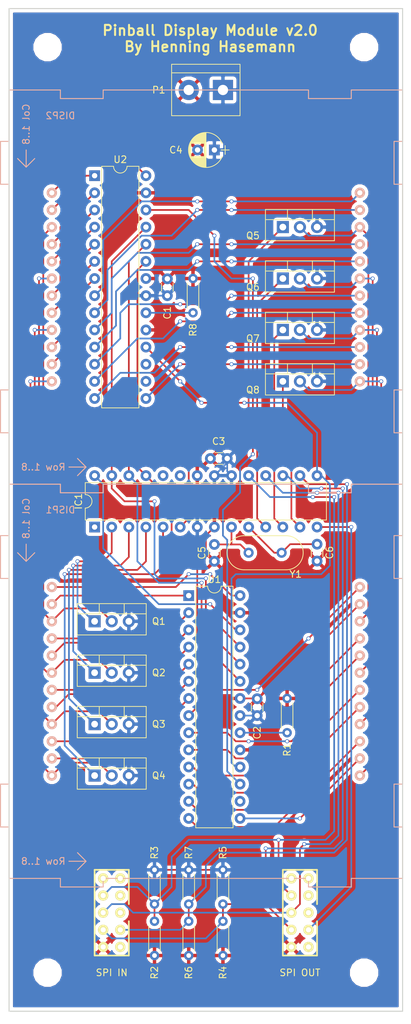
<source format=kicad_pcb>
(kicad_pcb (version 4) (host pcbnew 4.0.6)
  (layers (0 F.Cu signal) (31 B.Cu signal) (34 B.Paste user) (35 F.Paste user) (36 B.SilkS user) (37 F.SilkS user) (38 B.Mask user) (39 F.Mask user) (44 Edge.Cuts user))
  (net 0 "")
  (net 1 VCC)
  (net 2 GND)
  (net 3 "Net-(IC1-Pad15)")
  (net 4 "Net-(IC1-Pad16)")
  (net 5 "Net-(IC1-Pad17)")
  (net 6 "Net-(IC1-Pad18)")
  (net 7 "Net-(IC1-Pad19)")
  (net 8 "Net-(IC1-Pad25)")
  (net 9 "Net-(IC1-Pad27)")
  (net 10 "Net-(IC1-Pad28)")
  (net 11 "Net-(DISP1-Pad1)")
  (net 12 "Net-(DISP1-Pad2)")
  (net 13 "Net-(DISP1-Pad3)")
  (net 14 "Net-(DISP1-Pad4)")
  (net 15 "Net-(DISP1-Pad5)")
  (net 16 "Net-(DISP1-Pad6)")
  (net 17 "Net-(DISP1-Pad7)")
  (net 18 "Net-(DISP1-Pad8)")
  (net 19 "Net-(DISP1-Pad9)")
  (net 20 "Net-(DISP1-Pad10)")
  (net 21 "Net-(DISP1-Pad11)")
  (net 22 "Net-(DISP1-Pad12)")
  (net 23 "Net-(DISP1-Pad13)")
  (net 24 "Net-(DISP1-Pad14)")
  (net 25 "Net-(DISP1-Pad15)")
  (net 26 "Net-(DISP1-Pad16)")
  (net 27 "Net-(DISP1-Pad17)")
  (net 28 "Net-(DISP1-Pad18)")
  (net 29 "Net-(DISP1-Pad19)")
  (net 30 "Net-(DISP1-Pad20)")
  (net 31 "Net-(DISP1-Pad21)")
  (net 32 "Net-(DISP1-Pad22)")
  (net 33 "Net-(DISP1-Pad23)")
  (net 34 "Net-(DISP1-Pad24)")
  (net 35 "Net-(DISP2-Pad1)")
  (net 36 "Net-(DISP2-Pad2)")
  (net 37 "Net-(DISP2-Pad4)")
  (net 38 "Net-(DISP2-Pad5)")
  (net 39 "Net-(DISP2-Pad7)")
  (net 40 "Net-(DISP2-Pad8)")
  (net 41 "Net-(DISP2-Pad10)")
  (net 42 "Net-(DISP2-Pad11)")
  (net 43 "Net-(DISP2-Pad14)")
  (net 44 "Net-(DISP2-Pad15)")
  (net 45 "Net-(DISP2-Pad17)")
  (net 46 "Net-(DISP2-Pad18)")
  (net 47 "Net-(DISP2-Pad20)")
  (net 48 "Net-(DISP2-Pad21)")
  (net 49 "Net-(DISP2-Pad23)")
  (net 50 "Net-(DISP2-Pad24)")
  (net 51 "Net-(IC1-Pad2)")
  (net 52 "Net-(IC1-Pad3)")
  (net 53 "Net-(IC1-Pad4)")
  (net 54 "Net-(IC1-Pad5)")
  (net 55 "Net-(IC1-Pad6)")
  (net 56 "Net-(C5-Pad2)")
  (net 57 "Net-(C6-Pad1)")
  (net 58 "Net-(IC1-Pad11)")
  (net 59 "Net-(IC1-Pad12)")
  (net 60 "Net-(IC1-Pad26)")
  (net 61 "Net-(IC1-Pad13)")
  (net 62 "Net-(IC1-Pad14)")
  (net 63 "Net-(R1-Pad1)")
  (net 64 "Net-(R8-Pad1)")
  (net 65 "Net-(U1-Pad17)")
  (module Mounting_Holes:MountingHole_3.2mm_M3_DIN965 (layer F.Cu) (at 125.095 50.165)
    (fp_text reference "" (at 0 -3.8) (layer F.SilkS))
    (fp_text value "")
    (pad 1 np_thru_hole circle (at 0 0) (size 3.2 3.2) (drill 3.2) (layers *.Cu *.Mask))
  )
  (module Mounting_Holes:MountingHole_3.2mm_M3_DIN965 (layer F.Cu) (at 172.085 50.165)
    (fp_text reference "" (at 0 -3.8) (layer F.SilkS))
    (fp_text value "")
    (pad 1 np_thru_hole circle (at 0 0) (size 3.2 3.2) (drill 3.2) (layers *.Cu *.Mask))
  )
  (module Mounting_Holes:MountingHole_3.2mm_M3_DIN965 (layer F.Cu) (at 172.085 187.325)
    (fp_text reference "" (at 0 -3.8) (layer F.SilkS))
    (fp_text value "")
    (pad 1 np_thru_hole circle (at 0 0) (size 3.2 3.2) (drill 3.2) (layers *.Cu *.Mask))
  )
  (module Mounting_Holes:MountingHole_3.2mm_M3_DIN965 (layer F.Cu) (at 125.095 187.325)
    (fp_text reference "" (at 0 -3.8) (layer F.SilkS))
    (fp_text value "")
    (pad 1 np_thru_hole circle (at 0 0) (size 3.2 3.2) (drill 3.2) (layers *.Cu *.Mask))
  )
  (module my_footprints:LM23088A (layer B.Cu) (at 148.59 81.915)
    (fp_text reference DISP2 (at -21.59 -21.59 180) (layer B.SilkS) (effects (justify mirror)))
    (fp_text value LM23088A)
    (fp_text user "Row 1..8" (at -24.13 30.48) (layer B.SilkS) (effects (justify mirror)))
    (fp_text user "Col 1..8" (at -26.67 -20.32 270) (layer B.SilkS) (effects (justify mirror)))
    (pad 1 thru_hole circle (at 22.86 -10.16 270) (size 1.524 1.524) (drill 0.762) (layers *.Cu *.Mask B.SilkS) (net 35 "Net-(DISP2-Pad1)"))
    (pad 2 thru_hole circle (at 22.86 -7.62 270) (size 1.524 1.524) (drill 0.762) (layers *.Cu *.Mask B.SilkS) (net 36 "Net-(DISP2-Pad2)"))
    (pad 3 thru_hole circle (at 22.86 -5.08 270) (size 1.524 1.524) (drill 0.762) (layers *.Cu *.Mask B.SilkS) (net 13 "Net-(DISP1-Pad3)"))
    (pad 4 thru_hole circle (at 22.86 -2.54 270) (size 1.524 1.524) (drill 0.762) (layers *.Cu *.Mask B.SilkS) (net 37 "Net-(DISP2-Pad4)"))
    (pad 5 thru_hole circle (at 22.86 0 270) (size 1.524 1.524) (drill 0.762) (layers *.Cu *.Mask B.SilkS) (net 38 "Net-(DISP2-Pad5)"))
    (pad 6 thru_hole circle (at 22.86 2.54 270) (size 1.524 1.524) (drill 0.762) (layers *.Cu *.Mask B.SilkS) (net 16 "Net-(DISP1-Pad6)"))
    (pad 7 thru_hole circle (at 22.86 5.08 270) (size 1.524 1.524) (drill 0.762) (layers *.Cu *.Mask B.SilkS) (net 39 "Net-(DISP2-Pad7)"))
    (pad 8 thru_hole circle (at 22.86 7.62 270) (size 1.524 1.524) (drill 0.762) (layers *.Cu *.Mask B.SilkS) (net 40 "Net-(DISP2-Pad8)"))
    (pad 9 thru_hole circle (at 22.86 10.16 270) (size 1.524 1.524) (drill 0.762) (layers *.Cu *.Mask B.SilkS) (net 19 "Net-(DISP1-Pad9)"))
    (pad 10 thru_hole circle (at 22.86 12.7 270) (size 1.524 1.524) (drill 0.762) (layers *.Cu *.Mask B.SilkS) (net 41 "Net-(DISP2-Pad10)"))
    (pad 11 thru_hole circle (at 22.86 15.24 270) (size 1.524 1.524) (drill 0.762) (layers *.Cu *.Mask B.SilkS) (net 42 "Net-(DISP2-Pad11)"))
    (pad 12 thru_hole circle (at 22.86 17.78 270) (size 1.524 1.524) (drill 0.762) (layers *.Cu *.Mask B.SilkS) (net 22 "Net-(DISP1-Pad12)"))
    (pad 13 thru_hole circle (at -22.86 17.78 270) (size 1.524 1.524) (drill 0.762) (layers *.Cu *.Mask B.SilkS) (net 23 "Net-(DISP1-Pad13)"))
    (pad 14 thru_hole circle (at -22.86 15.24 270) (size 1.524 1.524) (drill 0.762) (layers *.Cu *.Mask B.SilkS) (net 43 "Net-(DISP2-Pad14)"))
    (pad 15 thru_hole circle (at -22.86 12.7 270) (size 1.524 1.524) (drill 0.762) (layers *.Cu *.Mask B.SilkS) (net 44 "Net-(DISP2-Pad15)"))
    (pad 16 thru_hole circle (at -22.86 10.16 270) (size 1.524 1.524) (drill 0.762) (layers *.Cu *.Mask B.SilkS) (net 26 "Net-(DISP1-Pad16)"))
    (pad 17 thru_hole circle (at -22.86 7.62 270) (size 1.524 1.524) (drill 0.762) (layers *.Cu *.Mask B.SilkS) (net 45 "Net-(DISP2-Pad17)"))
    (pad 18 thru_hole circle (at -22.86 5.08 270) (size 1.524 1.524) (drill 0.762) (layers *.Cu *.Mask B.SilkS) (net 46 "Net-(DISP2-Pad18)"))
    (pad 19 thru_hole circle (at -22.86 2.54 270) (size 1.524 1.524) (drill 0.762) (layers *.Cu *.Mask B.SilkS) (net 29 "Net-(DISP1-Pad19)"))
    (pad 20 thru_hole circle (at -22.86 0 270) (size 1.524 1.524) (drill 0.762) (layers *.Cu *.Mask B.SilkS) (net 47 "Net-(DISP2-Pad20)"))
    (pad 21 thru_hole circle (at -22.86 -2.54 270) (size 1.524 1.524) (drill 0.762) (layers *.Cu *.Mask B.SilkS) (net 48 "Net-(DISP2-Pad21)"))
    (pad 22 thru_hole circle (at -22.86 -5.08 270) (size 1.524 1.524) (drill 0.762) (layers *.Cu *.Mask B.SilkS) (net 32 "Net-(DISP1-Pad22)"))
    (pad 23 thru_hole circle (at -22.86 -7.62 270) (size 1.524 1.524) (drill 0.762) (layers *.Cu *.Mask B.SilkS) (net 49 "Net-(DISP2-Pad23)"))
    (pad 24 thru_hole circle (at -22.86 -10.16 270) (size 1.524 1.524) (drill 0.762) (layers *.Cu *.Mask B.SilkS) (net 50 "Net-(DISP2-Pad24)"))
  )
  (module Capacitors_ThroughHole:C_Disc_D3.0mm_W1.6mm_P2.50mm (layer F.Cu) (at 142.875 86.995 90)
    (fp_text reference C1 (at -2.54 0 90) (layer F.SilkS))
    (fp_text value 100n)
    (pad 1 thru_hole circle (at 0 0 90) (size 1.6 1.6) (drill 0.8) (layers *.Cu *.Mask) (net 1 VCC))
    (pad 2 thru_hole circle (at 2.5 0 90) (size 1.6 1.6) (drill 0.8) (layers *.Cu *.Mask) (net 2 GND))
  )
  (module Capacitors_ThroughHole:C_Disc_D3.0mm_W1.6mm_P2.50mm (layer F.Cu) (at 156.21 149.225 90)
    (fp_text reference C2 (at -2.54 0 90) (layer F.SilkS))
    (fp_text value 100n)
    (pad 1 thru_hole circle (at 0 0 90) (size 1.6 1.6) (drill 0.8) (layers *.Cu *.Mask) (net 1 VCC))
    (pad 2 thru_hole circle (at 2.5 0 90) (size 1.6 1.6) (drill 0.8) (layers *.Cu *.Mask) (net 2 GND))
  )
  (module Capacitors_ThroughHole:C_Disc_D3.0mm_W1.6mm_P2.50mm (layer F.Cu) (at 151.765 111.125 180)
    (fp_text reference C3 (at 1.27 2.54 180) (layer F.SilkS))
    (fp_text value 100n)
    (pad 1 thru_hole circle (at 0 0 180) (size 1.6 1.6) (drill 0.8) (layers *.Cu *.Mask) (net 1 VCC))
    (pad 2 thru_hole circle (at 2.5 0 180) (size 1.6 1.6) (drill 0.8) (layers *.Cu *.Mask) (net 2 GND))
  )
  (module Capacitors_ThroughHole:CP_Radial_D5.0mm_P2.50mm (layer F.Cu) (at 149.86 65.405 180)
    (fp_text reference C4 (at 5.715 0 180) (layer F.SilkS))
    (fp_text value 10uF)
    (pad 1 thru_hole rect (at 0 0 180) (size 1.6 1.6) (drill 0.8) (layers *.Cu *.Mask) (net 1 VCC))
    (pad 2 thru_hole circle (at 2.5 0 180) (size 1.6 1.6) (drill 0.8) (layers *.Cu *.Mask) (net 2 GND))
  )
  (module Capacitors_ThroughHole:C_Disc_D3.0mm_W1.6mm_P2.50mm (layer F.Cu) (at 149.86 126.365 90)
    (fp_text reference C5 (at 1.25 -1.86 90) (layer F.SilkS))
    (fp_text value 22p)
    (pad 1 thru_hole circle (at 0 0 90) (size 1.6 1.6) (drill 0.8) (layers *.Cu *.Mask) (net 2 GND))
    (pad 2 thru_hole circle (at 2.5 0 90) (size 1.6 1.6) (drill 0.8) (layers *.Cu *.Mask) (net 56 "Net-(C5-Pad2)"))
  )
  (module Capacitors_ThroughHole:C_Disc_D3.0mm_W1.6mm_P2.50mm (layer F.Cu) (at 165.1 123.825 270)
    (fp_text reference C6 (at 1.25 -1.86 270) (layer F.SilkS))
    (fp_text value 22p)
    (pad 1 thru_hole circle (at 0 0 270) (size 1.6 1.6) (drill 0.8) (layers *.Cu *.Mask) (net 57 "Net-(C6-Pad1)"))
    (pad 2 thru_hole circle (at 2.5 0 270) (size 1.6 1.6) (drill 0.8) (layers *.Cu *.Mask) (net 2 GND))
  )
  (module my_footprints:LM23088A (layer B.Cu) (at 148.59 140.335)
    (fp_text reference DISP1 (at -21.59 -21.59 180) (layer B.SilkS) (effects (justify mirror)))
    (fp_text value LM23088A)
    (fp_text user "Row 1..8" (at -24.13 30.48) (layer B.SilkS) (effects (justify mirror)))
    (fp_text user "Col 1..8" (at -26.67 -20.32 270) (layer B.SilkS) (effects (justify mirror)))
    (pad 1 thru_hole circle (at 22.86 -10.16 270) (size 1.524 1.524) (drill 0.762) (layers *.Cu *.Mask B.SilkS) (net 11 "Net-(DISP1-Pad1)"))
    (pad 2 thru_hole circle (at 22.86 -7.62 270) (size 1.524 1.524) (drill 0.762) (layers *.Cu *.Mask B.SilkS) (net 12 "Net-(DISP1-Pad2)"))
    (pad 3 thru_hole circle (at 22.86 -5.08 270) (size 1.524 1.524) (drill 0.762) (layers *.Cu *.Mask B.SilkS) (net 13 "Net-(DISP1-Pad3)"))
    (pad 4 thru_hole circle (at 22.86 -2.54 270) (size 1.524 1.524) (drill 0.762) (layers *.Cu *.Mask B.SilkS) (net 14 "Net-(DISP1-Pad4)"))
    (pad 5 thru_hole circle (at 22.86 0 270) (size 1.524 1.524) (drill 0.762) (layers *.Cu *.Mask B.SilkS) (net 15 "Net-(DISP1-Pad5)"))
    (pad 6 thru_hole circle (at 22.86 2.54 270) (size 1.524 1.524) (drill 0.762) (layers *.Cu *.Mask B.SilkS) (net 16 "Net-(DISP1-Pad6)"))
    (pad 7 thru_hole circle (at 22.86 5.08 270) (size 1.524 1.524) (drill 0.762) (layers *.Cu *.Mask B.SilkS) (net 17 "Net-(DISP1-Pad7)"))
    (pad 8 thru_hole circle (at 22.86 7.62 270) (size 1.524 1.524) (drill 0.762) (layers *.Cu *.Mask B.SilkS) (net 18 "Net-(DISP1-Pad8)"))
    (pad 9 thru_hole circle (at 22.86 10.16 270) (size 1.524 1.524) (drill 0.762) (layers *.Cu *.Mask B.SilkS) (net 19 "Net-(DISP1-Pad9)"))
    (pad 10 thru_hole circle (at 22.86 12.7 270) (size 1.524 1.524) (drill 0.762) (layers *.Cu *.Mask B.SilkS) (net 20 "Net-(DISP1-Pad10)"))
    (pad 11 thru_hole circle (at 22.86 15.24 270) (size 1.524 1.524) (drill 0.762) (layers *.Cu *.Mask B.SilkS) (net 21 "Net-(DISP1-Pad11)"))
    (pad 12 thru_hole circle (at 22.86 17.78 270) (size 1.524 1.524) (drill 0.762) (layers *.Cu *.Mask B.SilkS) (net 22 "Net-(DISP1-Pad12)"))
    (pad 13 thru_hole circle (at -22.86 17.78 270) (size 1.524 1.524) (drill 0.762) (layers *.Cu *.Mask B.SilkS) (net 23 "Net-(DISP1-Pad13)"))
    (pad 14 thru_hole circle (at -22.86 15.24 270) (size 1.524 1.524) (drill 0.762) (layers *.Cu *.Mask B.SilkS) (net 24 "Net-(DISP1-Pad14)"))
    (pad 15 thru_hole circle (at -22.86 12.7 270) (size 1.524 1.524) (drill 0.762) (layers *.Cu *.Mask B.SilkS) (net 25 "Net-(DISP1-Pad15)"))
    (pad 16 thru_hole circle (at -22.86 10.16 270) (size 1.524 1.524) (drill 0.762) (layers *.Cu *.Mask B.SilkS) (net 26 "Net-(DISP1-Pad16)"))
    (pad 17 thru_hole circle (at -22.86 7.62 270) (size 1.524 1.524) (drill 0.762) (layers *.Cu *.Mask B.SilkS) (net 27 "Net-(DISP1-Pad17)"))
    (pad 18 thru_hole circle (at -22.86 5.08 270) (size 1.524 1.524) (drill 0.762) (layers *.Cu *.Mask B.SilkS) (net 28 "Net-(DISP1-Pad18)"))
    (pad 19 thru_hole circle (at -22.86 2.54 270) (size 1.524 1.524) (drill 0.762) (layers *.Cu *.Mask B.SilkS) (net 29 "Net-(DISP1-Pad19)"))
    (pad 20 thru_hole circle (at -22.86 0 270) (size 1.524 1.524) (drill 0.762) (layers *.Cu *.Mask B.SilkS) (net 30 "Net-(DISP1-Pad20)"))
    (pad 21 thru_hole circle (at -22.86 -2.54 270) (size 1.524 1.524) (drill 0.762) (layers *.Cu *.Mask B.SilkS) (net 31 "Net-(DISP1-Pad21)"))
    (pad 22 thru_hole circle (at -22.86 -5.08 270) (size 1.524 1.524) (drill 0.762) (layers *.Cu *.Mask B.SilkS) (net 32 "Net-(DISP1-Pad22)"))
    (pad 23 thru_hole circle (at -22.86 -7.62 270) (size 1.524 1.524) (drill 0.762) (layers *.Cu *.Mask B.SilkS) (net 33 "Net-(DISP1-Pad23)"))
    (pad 24 thru_hole circle (at -22.86 -10.16 270) (size 1.524 1.524) (drill 0.762) (layers *.Cu *.Mask B.SilkS) (net 34 "Net-(DISP1-Pad24)"))
  )
  (module Housings_DIP:DIP-28_W7.62mm (layer F.Cu) (at 132.08 121.285 90)
    (fp_text reference IC1 (at 3.81 -2.39 90) (layer F.SilkS))
    (fp_text value ATMEGA328-P)
    (pad 1 thru_hole rect (at 0 0 90) (size 1.6 1.6) (drill 0.8) (layers *.Cu *.Mask))
    (pad 15 thru_hole oval (at 7.62 33.02 90) (size 1.6 1.6) (drill 0.8) (layers *.Cu *.Mask) (net 3 "Net-(IC1-Pad15)"))
    (pad 2 thru_hole oval (at 0 2.54 90) (size 1.6 1.6) (drill 0.8) (layers *.Cu *.Mask) (net 51 "Net-(IC1-Pad2)"))
    (pad 16 thru_hole oval (at 7.62 30.48 90) (size 1.6 1.6) (drill 0.8) (layers *.Cu *.Mask) (net 4 "Net-(IC1-Pad16)"))
    (pad 3 thru_hole oval (at 0 5.08 90) (size 1.6 1.6) (drill 0.8) (layers *.Cu *.Mask) (net 52 "Net-(IC1-Pad3)"))
    (pad 17 thru_hole oval (at 7.62 27.94 90) (size 1.6 1.6) (drill 0.8) (layers *.Cu *.Mask) (net 5 "Net-(IC1-Pad17)"))
    (pad 4 thru_hole oval (at 0 7.62 90) (size 1.6 1.6) (drill 0.8) (layers *.Cu *.Mask) (net 53 "Net-(IC1-Pad4)"))
    (pad 18 thru_hole oval (at 7.62 25.4 90) (size 1.6 1.6) (drill 0.8) (layers *.Cu *.Mask) (net 6 "Net-(IC1-Pad18)"))
    (pad 5 thru_hole oval (at 0 10.16 90) (size 1.6 1.6) (drill 0.8) (layers *.Cu *.Mask) (net 54 "Net-(IC1-Pad5)"))
    (pad 19 thru_hole oval (at 7.62 22.86 90) (size 1.6 1.6) (drill 0.8) (layers *.Cu *.Mask) (net 7 "Net-(IC1-Pad19)"))
    (pad 6 thru_hole oval (at 0 12.7 90) (size 1.6 1.6) (drill 0.8) (layers *.Cu *.Mask) (net 55 "Net-(IC1-Pad6)"))
    (pad 20 thru_hole oval (at 7.62 20.32 90) (size 1.6 1.6) (drill 0.8) (layers *.Cu *.Mask) (net 1 VCC))
    (pad 7 thru_hole oval (at 0 15.24 90) (size 1.6 1.6) (drill 0.8) (layers *.Cu *.Mask) (net 1 VCC))
    (pad 21 thru_hole oval (at 7.62 17.78 90) (size 1.6 1.6) (drill 0.8) (layers *.Cu *.Mask) (net 1 VCC))
    (pad 8 thru_hole oval (at 0 17.78 90) (size 1.6 1.6) (drill 0.8) (layers *.Cu *.Mask) (net 2 GND))
    (pad 22 thru_hole oval (at 7.62 15.24 90) (size 1.6 1.6) (drill 0.8) (layers *.Cu *.Mask) (net 2 GND))
    (pad 9 thru_hole oval (at 0 20.32 90) (size 1.6 1.6) (drill 0.8) (layers *.Cu *.Mask) (net 56 "Net-(C5-Pad2)"))
    (pad 23 thru_hole oval (at 7.62 12.7 90) (size 1.6 1.6) (drill 0.8) (layers *.Cu *.Mask))
    (pad 10 thru_hole oval (at 0 22.86 90) (size 1.6 1.6) (drill 0.8) (layers *.Cu *.Mask) (net 57 "Net-(C6-Pad1)"))
    (pad 24 thru_hole oval (at 7.62 10.16 90) (size 1.6 1.6) (drill 0.8) (layers *.Cu *.Mask))
    (pad 11 thru_hole oval (at 0 25.4 90) (size 1.6 1.6) (drill 0.8) (layers *.Cu *.Mask) (net 58 "Net-(IC1-Pad11)"))
    (pad 25 thru_hole oval (at 7.62 7.62 90) (size 1.6 1.6) (drill 0.8) (layers *.Cu *.Mask) (net 8 "Net-(IC1-Pad25)"))
    (pad 12 thru_hole oval (at 0 27.94 90) (size 1.6 1.6) (drill 0.8) (layers *.Cu *.Mask) (net 59 "Net-(IC1-Pad12)"))
    (pad 26 thru_hole oval (at 7.62 5.08 90) (size 1.6 1.6) (drill 0.8) (layers *.Cu *.Mask) (net 60 "Net-(IC1-Pad26)"))
    (pad 13 thru_hole oval (at 0 30.48 90) (size 1.6 1.6) (drill 0.8) (layers *.Cu *.Mask) (net 61 "Net-(IC1-Pad13)"))
    (pad 27 thru_hole oval (at 7.62 2.54 90) (size 1.6 1.6) (drill 0.8) (layers *.Cu *.Mask) (net 9 "Net-(IC1-Pad27)"))
    (pad 14 thru_hole oval (at 0 33.02 90) (size 1.6 1.6) (drill 0.8) (layers *.Cu *.Mask) (net 62 "Net-(IC1-Pad14)"))
    (pad 28 thru_hole oval (at 7.62 0 90) (size 1.6 1.6) (drill 0.8) (layers *.Cu *.Mask) (net 10 "Net-(IC1-Pad28)"))
  )
  (module Connect:bornier2 (layer F.Cu) (at 151.13 56.515 180)
    (fp_text reference P1 (at 9.525 0 180) (layer F.SilkS))
    (fp_text value CONN_01X02)
    (pad 1 thru_hole rect (at 0 0 180) (size 3 3) (drill 1.52) (layers *.Cu *.Mask) (net 1 VCC))
    (pad 2 thru_hole circle (at 5.08 0 180) (size 3 3) (drill 1.52) (layers *.Cu *.Mask) (net 2 GND))
  )
  (module TO_SOT_Packages_THT:TO-220_Vertical (layer F.Cu) (at 132.08 135.255)
    (fp_text reference Q1 (at 9.525 0) (layer F.SilkS))
    (fp_text value NDP6020P)
    (pad 1 thru_hole rect (at 0 0) (size 1.8 1.8) (drill 1) (layers *.Cu *.Mask) (net 51 "Net-(IC1-Pad2)"))
    (pad 2 thru_hole oval (at 2.54 0) (size 1.8 1.8) (drill 1) (layers *.Cu *.Mask) (net 32 "Net-(DISP1-Pad22)"))
    (pad 3 thru_hole oval (at 5.08 0) (size 1.8 1.8) (drill 1) (layers *.Cu *.Mask) (net 1 VCC))
  )
  (module TO_SOT_Packages_THT:TO-220_Vertical (layer F.Cu) (at 132.08 142.875)
    (fp_text reference Q2 (at 9.525 0) (layer F.SilkS))
    (fp_text value NDP6020P)
    (pad 1 thru_hole rect (at 0 0) (size 1.8 1.8) (drill 1) (layers *.Cu *.Mask) (net 52 "Net-(IC1-Pad3)"))
    (pad 2 thru_hole oval (at 2.54 0) (size 1.8 1.8) (drill 1) (layers *.Cu *.Mask) (net 29 "Net-(DISP1-Pad19)"))
    (pad 3 thru_hole oval (at 5.08 0) (size 1.8 1.8) (drill 1) (layers *.Cu *.Mask) (net 1 VCC))
  )
  (module TO_SOT_Packages_THT:TO-220_Vertical (layer F.Cu) (at 132.08 150.495)
    (fp_text reference Q3 (at 9.525 0) (layer F.SilkS))
    (fp_text value NDP6020P)
    (pad 1 thru_hole rect (at 0 0) (size 1.8 1.8) (drill 1) (layers *.Cu *.Mask) (net 53 "Net-(IC1-Pad4)"))
    (pad 2 thru_hole oval (at 2.54 0) (size 1.8 1.8) (drill 1) (layers *.Cu *.Mask) (net 26 "Net-(DISP1-Pad16)"))
    (pad 3 thru_hole oval (at 5.08 0) (size 1.8 1.8) (drill 1) (layers *.Cu *.Mask) (net 1 VCC))
  )
  (module TO_SOT_Packages_THT:TO-220_Vertical (layer F.Cu) (at 132.08 158.115)
    (fp_text reference Q4 (at 9.525 0) (layer F.SilkS))
    (fp_text value NDP6020P)
    (pad 1 thru_hole rect (at 0 0) (size 1.8 1.8) (drill 1) (layers *.Cu *.Mask) (net 54 "Net-(IC1-Pad5)"))
    (pad 2 thru_hole oval (at 2.54 0) (size 1.8 1.8) (drill 1) (layers *.Cu *.Mask) (net 23 "Net-(DISP1-Pad13)"))
    (pad 3 thru_hole oval (at 5.08 0) (size 1.8 1.8) (drill 1) (layers *.Cu *.Mask) (net 1 VCC))
  )
  (module TO_SOT_Packages_THT:TO-220_Vertical (layer F.Cu) (at 160.02 76.835)
    (fp_text reference Q5 (at -4.445 1.27) (layer F.SilkS))
    (fp_text value NDP6020P)
    (pad 1 thru_hole rect (at 0 0) (size 1.8 1.8) (drill 1) (layers *.Cu *.Mask) (net 55 "Net-(IC1-Pad6)"))
    (pad 2 thru_hole oval (at 2.54 0) (size 1.8 1.8) (drill 1) (layers *.Cu *.Mask) (net 13 "Net-(DISP1-Pad3)"))
    (pad 3 thru_hole oval (at 5.08 0) (size 1.8 1.8) (drill 1) (layers *.Cu *.Mask) (net 1 VCC))
  )
  (module TO_SOT_Packages_THT:TO-220_Vertical (layer F.Cu) (at 160.02 84.455)
    (fp_text reference Q6 (at -4.445 1.27) (layer F.SilkS))
    (fp_text value NDP6020P)
    (pad 1 thru_hole rect (at 0 0) (size 1.8 1.8) (drill 1) (layers *.Cu *.Mask) (net 58 "Net-(IC1-Pad11)"))
    (pad 2 thru_hole oval (at 2.54 0) (size 1.8 1.8) (drill 1) (layers *.Cu *.Mask) (net 16 "Net-(DISP1-Pad6)"))
    (pad 3 thru_hole oval (at 5.08 0) (size 1.8 1.8) (drill 1) (layers *.Cu *.Mask) (net 1 VCC))
  )
  (module TO_SOT_Packages_THT:TO-220_Vertical (layer F.Cu) (at 160.02 92.075)
    (fp_text reference Q7 (at -4.445 1.27) (layer F.SilkS))
    (fp_text value NDP6020P)
    (pad 1 thru_hole rect (at 0 0) (size 1.8 1.8) (drill 1) (layers *.Cu *.Mask) (net 59 "Net-(IC1-Pad12)"))
    (pad 2 thru_hole oval (at 2.54 0) (size 1.8 1.8) (drill 1) (layers *.Cu *.Mask) (net 19 "Net-(DISP1-Pad9)"))
    (pad 3 thru_hole oval (at 5.08 0) (size 1.8 1.8) (drill 1) (layers *.Cu *.Mask) (net 1 VCC))
  )
  (module TO_SOT_Packages_THT:TO-220_Vertical (layer F.Cu) (at 160.02 99.695)
    (fp_text reference Q8 (at -4.445 1.27) (layer F.SilkS))
    (fp_text value NDP6020P)
    (pad 1 thru_hole rect (at 0 0) (size 1.8 1.8) (drill 1) (layers *.Cu *.Mask) (net 61 "Net-(IC1-Pad13)"))
    (pad 2 thru_hole oval (at 2.54 0) (size 1.8 1.8) (drill 1) (layers *.Cu *.Mask) (net 22 "Net-(DISP1-Pad12)"))
    (pad 3 thru_hole oval (at 5.08 0) (size 1.8 1.8) (drill 1) (layers *.Cu *.Mask) (net 1 VCC))
  )
  (module my_footprints:SW10 (layer F.Cu) (at 134.62 186.055)
    (fp_text reference "SPI IN" (at 0 1.27) (layer F.SilkS))
    (fp_text value SW10)
    (pad 1 thru_hole circle (at -1.27 -12.7) (size 1.524 1.524) (drill 0.762) (layers *.Cu *.Mask F.SilkS))
    (pad 2 thru_hole circle (at -1.27 -10.16) (size 1.524 1.524) (drill 0.762) (layers *.Cu *.Mask F.SilkS) (net 7 "Net-(IC1-Pad19)"))
    (pad 3 thru_hole circle (at -1.27 -7.62) (size 1.524 1.524) (drill 0.762) (layers *.Cu *.Mask F.SilkS) (net 6 "Net-(IC1-Pad18)"))
    (pad 4 thru_hole circle (at -1.27 -5.08) (size 1.524 1.524) (drill 0.762) (layers *.Cu *.Mask F.SilkS) (net 5 "Net-(IC1-Pad17)"))
    (pad 5 thru_hole circle (at -1.27 -2.54) (size 1.524 1.524) (drill 0.762) (layers *.Cu *.Mask F.SilkS) (net 2 GND))
    (pad 6 thru_hole circle (at 1.27 -2.54) (size 1.524 1.524) (drill 0.762) (layers *.Cu *.Mask F.SilkS))
    (pad 7 thru_hole circle (at 1.27 -5.08) (size 1.524 1.524) (drill 0.762) (layers *.Cu *.Mask F.SilkS) (net 4 "Net-(IC1-Pad16)"))
    (pad 8 thru_hole circle (at 1.27 -7.62) (size 1.524 1.524) (drill 0.762) (layers *.Cu *.Mask F.SilkS))
    (pad 9 thru_hole circle (at 1.27 -10.16) (size 1.524 1.524) (drill 0.762) (layers *.Cu *.Mask F.SilkS))
    (pad 10 thru_hole circle (at 1.27 -12.7) (size 1.524 1.524) (drill 0.762) (layers *.Cu *.Mask F.SilkS))
  )
  (module my_footprints:SW10 (layer F.Cu) (at 162.56 186.055)
    (fp_text reference "SPI OUT" (at 0 1.27) (layer F.SilkS))
    (fp_text value SW10)
    (pad 1 thru_hole circle (at -1.27 -12.7) (size 1.524 1.524) (drill 0.762) (layers *.Cu *.Mask F.SilkS))
    (pad 2 thru_hole circle (at -1.27 -10.16) (size 1.524 1.524) (drill 0.762) (layers *.Cu *.Mask F.SilkS) (net 7 "Net-(IC1-Pad19)"))
    (pad 3 thru_hole circle (at -1.27 -7.62) (size 1.524 1.524) (drill 0.762) (layers *.Cu *.Mask F.SilkS) (net 6 "Net-(IC1-Pad18)"))
    (pad 4 thru_hole circle (at -1.27 -5.08) (size 1.524 1.524) (drill 0.762) (layers *.Cu *.Mask F.SilkS) (net 5 "Net-(IC1-Pad17)"))
    (pad 5 thru_hole circle (at -1.27 -2.54) (size 1.524 1.524) (drill 0.762) (layers *.Cu *.Mask F.SilkS) (net 2 GND))
    (pad 6 thru_hole circle (at 1.27 -2.54) (size 1.524 1.524) (drill 0.762) (layers *.Cu *.Mask F.SilkS))
    (pad 7 thru_hole circle (at 1.27 -5.08) (size 1.524 1.524) (drill 0.762) (layers *.Cu *.Mask F.SilkS) (net 62 "Net-(IC1-Pad14)"))
    (pad 8 thru_hole circle (at 1.27 -7.62) (size 1.524 1.524) (drill 0.762) (layers *.Cu *.Mask F.SilkS))
    (pad 9 thru_hole circle (at 1.27 -10.16) (size 1.524 1.524) (drill 0.762) (layers *.Cu *.Mask F.SilkS))
    (pad 10 thru_hole circle (at 1.27 -12.7) (size 1.524 1.524) (drill 0.762) (layers *.Cu *.Mask F.SilkS))
  )
  (module Housings_DIP:DIP-28_W7.62mm (layer F.Cu) (at 146.05 131.445)
    (fp_text reference U1 (at 3.81 -2.39) (layer F.SilkS))
    (fp_text value TLC5940NT)
    (pad 1 thru_hole rect (at 0 0) (size 1.6 1.6) (drill 0.8) (layers *.Cu *.Mask) (net 33 "Net-(DISP1-Pad23)"))
    (pad 15 thru_hole oval (at 7.62 33.02) (size 1.6 1.6) (drill 0.8) (layers *.Cu *.Mask) (net 21 "Net-(DISP1-Pad11)"))
    (pad 2 thru_hole oval (at 0 2.54) (size 1.6 1.6) (drill 0.8) (layers *.Cu *.Mask) (net 31 "Net-(DISP1-Pad21)"))
    (pad 16 thru_hole oval (at 7.62 30.48) (size 1.6 1.6) (drill 0.8) (layers *.Cu *.Mask))
    (pad 3 thru_hole oval (at 0 5.08) (size 1.6 1.6) (drill 0.8) (layers *.Cu *.Mask) (net 30 "Net-(DISP1-Pad20)"))
    (pad 17 thru_hole oval (at 7.62 27.94) (size 1.6 1.6) (drill 0.8) (layers *.Cu *.Mask) (net 65 "Net-(U1-Pad17)"))
    (pad 4 thru_hole oval (at 0 7.62) (size 1.6 1.6) (drill 0.8) (layers *.Cu *.Mask) (net 28 "Net-(DISP1-Pad18)"))
    (pad 18 thru_hole oval (at 7.62 25.4) (size 1.6 1.6) (drill 0.8) (layers *.Cu *.Mask) (net 3 "Net-(IC1-Pad15)"))
    (pad 5 thru_hole oval (at 0 10.16) (size 1.6 1.6) (drill 0.8) (layers *.Cu *.Mask) (net 27 "Net-(DISP1-Pad17)"))
    (pad 19 thru_hole oval (at 7.62 22.86) (size 1.6 1.6) (drill 0.8) (layers *.Cu *.Mask) (net 2 GND))
    (pad 6 thru_hole oval (at 0 12.7) (size 1.6 1.6) (drill 0.8) (layers *.Cu *.Mask) (net 25 "Net-(DISP1-Pad15)"))
    (pad 20 thru_hole oval (at 7.62 20.32) (size 1.6 1.6) (drill 0.8) (layers *.Cu *.Mask) (net 63 "Net-(R1-Pad1)"))
    (pad 7 thru_hole oval (at 0 15.24) (size 1.6 1.6) (drill 0.8) (layers *.Cu *.Mask) (net 24 "Net-(DISP1-Pad14)"))
    (pad 21 thru_hole oval (at 7.62 17.78) (size 1.6 1.6) (drill 0.8) (layers *.Cu *.Mask) (net 1 VCC))
    (pad 8 thru_hole oval (at 0 17.78) (size 1.6 1.6) (drill 0.8) (layers *.Cu *.Mask) (net 11 "Net-(DISP1-Pad1)"))
    (pad 22 thru_hole oval (at 7.62 15.24) (size 1.6 1.6) (drill 0.8) (layers *.Cu *.Mask) (net 2 GND))
    (pad 9 thru_hole oval (at 0 20.32) (size 1.6 1.6) (drill 0.8) (layers *.Cu *.Mask) (net 12 "Net-(DISP1-Pad2)"))
    (pad 23 thru_hole oval (at 7.62 12.7) (size 1.6 1.6) (drill 0.8) (layers *.Cu *.Mask) (net 8 "Net-(IC1-Pad25)"))
    (pad 10 thru_hole oval (at 0 22.86) (size 1.6 1.6) (drill 0.8) (layers *.Cu *.Mask) (net 14 "Net-(DISP1-Pad4)"))
    (pad 24 thru_hole oval (at 7.62 10.16) (size 1.6 1.6) (drill 0.8) (layers *.Cu *.Mask) (net 60 "Net-(IC1-Pad26)"))
    (pad 11 thru_hole oval (at 0 25.4) (size 1.6 1.6) (drill 0.8) (layers *.Cu *.Mask) (net 15 "Net-(DISP1-Pad5)"))
    (pad 25 thru_hole oval (at 7.62 7.62) (size 1.6 1.6) (drill 0.8) (layers *.Cu *.Mask) (net 9 "Net-(IC1-Pad27)"))
    (pad 12 thru_hole oval (at 0 27.94) (size 1.6 1.6) (drill 0.8) (layers *.Cu *.Mask) (net 17 "Net-(DISP1-Pad7)"))
    (pad 26 thru_hole oval (at 7.62 5.08) (size 1.6 1.6) (drill 0.8) (layers *.Cu *.Mask) (net 10 "Net-(IC1-Pad28)"))
    (pad 13 thru_hole oval (at 0 30.48) (size 1.6 1.6) (drill 0.8) (layers *.Cu *.Mask) (net 18 "Net-(DISP1-Pad8)"))
    (pad 27 thru_hole oval (at 7.62 2.54) (size 1.6 1.6) (drill 0.8) (layers *.Cu *.Mask) (net 2 GND))
    (pad 14 thru_hole oval (at 0 33.02) (size 1.6 1.6) (drill 0.8) (layers *.Cu *.Mask) (net 20 "Net-(DISP1-Pad10)"))
    (pad 28 thru_hole oval (at 7.62 0) (size 1.6 1.6) (drill 0.8) (layers *.Cu *.Mask) (net 34 "Net-(DISP1-Pad24)"))
  )
  (module Housings_DIP:DIP-28_W7.62mm (layer F.Cu) (at 132.08 69.215)
    (fp_text reference U2 (at 3.81 -2.39) (layer F.SilkS))
    (fp_text value TLC5940NT)
    (pad 1 thru_hole rect (at 0 0) (size 1.6 1.6) (drill 0.8) (layers *.Cu *.Mask) (net 49 "Net-(DISP2-Pad23)"))
    (pad 15 thru_hole oval (at 7.62 33.02) (size 1.6 1.6) (drill 0.8) (layers *.Cu *.Mask) (net 42 "Net-(DISP2-Pad11)"))
    (pad 2 thru_hole oval (at 0 2.54) (size 1.6 1.6) (drill 0.8) (layers *.Cu *.Mask) (net 48 "Net-(DISP2-Pad21)"))
    (pad 16 thru_hole oval (at 7.62 30.48) (size 1.6 1.6) (drill 0.8) (layers *.Cu *.Mask))
    (pad 3 thru_hole oval (at 0 5.08) (size 1.6 1.6) (drill 0.8) (layers *.Cu *.Mask) (net 47 "Net-(DISP2-Pad20)"))
    (pad 17 thru_hole oval (at 7.62 27.94) (size 1.6 1.6) (drill 0.8) (layers *.Cu *.Mask))
    (pad 4 thru_hole oval (at 0 7.62) (size 1.6 1.6) (drill 0.8) (layers *.Cu *.Mask) (net 46 "Net-(DISP2-Pad18)"))
    (pad 18 thru_hole oval (at 7.62 25.4) (size 1.6 1.6) (drill 0.8) (layers *.Cu *.Mask) (net 3 "Net-(IC1-Pad15)"))
    (pad 5 thru_hole oval (at 0 10.16) (size 1.6 1.6) (drill 0.8) (layers *.Cu *.Mask) (net 45 "Net-(DISP2-Pad17)"))
    (pad 19 thru_hole oval (at 7.62 22.86) (size 1.6 1.6) (drill 0.8) (layers *.Cu *.Mask) (net 2 GND))
    (pad 6 thru_hole oval (at 0 12.7) (size 1.6 1.6) (drill 0.8) (layers *.Cu *.Mask) (net 44 "Net-(DISP2-Pad15)"))
    (pad 20 thru_hole oval (at 7.62 20.32) (size 1.6 1.6) (drill 0.8) (layers *.Cu *.Mask) (net 64 "Net-(R8-Pad1)"))
    (pad 7 thru_hole oval (at 0 15.24) (size 1.6 1.6) (drill 0.8) (layers *.Cu *.Mask) (net 43 "Net-(DISP2-Pad14)"))
    (pad 21 thru_hole oval (at 7.62 17.78) (size 1.6 1.6) (drill 0.8) (layers *.Cu *.Mask) (net 1 VCC))
    (pad 8 thru_hole oval (at 0 17.78) (size 1.6 1.6) (drill 0.8) (layers *.Cu *.Mask) (net 35 "Net-(DISP2-Pad1)"))
    (pad 22 thru_hole oval (at 7.62 15.24) (size 1.6 1.6) (drill 0.8) (layers *.Cu *.Mask) (net 2 GND))
    (pad 9 thru_hole oval (at 0 20.32) (size 1.6 1.6) (drill 0.8) (layers *.Cu *.Mask) (net 36 "Net-(DISP2-Pad2)"))
    (pad 23 thru_hole oval (at 7.62 12.7) (size 1.6 1.6) (drill 0.8) (layers *.Cu *.Mask) (net 8 "Net-(IC1-Pad25)"))
    (pad 10 thru_hole oval (at 0 22.86) (size 1.6 1.6) (drill 0.8) (layers *.Cu *.Mask) (net 37 "Net-(DISP2-Pad4)"))
    (pad 24 thru_hole oval (at 7.62 10.16) (size 1.6 1.6) (drill 0.8) (layers *.Cu *.Mask) (net 60 "Net-(IC1-Pad26)"))
    (pad 11 thru_hole oval (at 0 25.4) (size 1.6 1.6) (drill 0.8) (layers *.Cu *.Mask) (net 38 "Net-(DISP2-Pad5)"))
    (pad 25 thru_hole oval (at 7.62 7.62) (size 1.6 1.6) (drill 0.8) (layers *.Cu *.Mask) (net 9 "Net-(IC1-Pad27)"))
    (pad 12 thru_hole oval (at 0 27.94) (size 1.6 1.6) (drill 0.8) (layers *.Cu *.Mask) (net 39 "Net-(DISP2-Pad7)"))
    (pad 26 thru_hole oval (at 7.62 5.08) (size 1.6 1.6) (drill 0.8) (layers *.Cu *.Mask) (net 65 "Net-(U1-Pad17)"))
    (pad 13 thru_hole oval (at 0 30.48) (size 1.6 1.6) (drill 0.8) (layers *.Cu *.Mask) (net 40 "Net-(DISP2-Pad8)"))
    (pad 27 thru_hole oval (at 7.62 2.54) (size 1.6 1.6) (drill 0.8) (layers *.Cu *.Mask) (net 2 GND))
    (pad 14 thru_hole oval (at 0 33.02) (size 1.6 1.6) (drill 0.8) (layers *.Cu *.Mask) (net 41 "Net-(DISP2-Pad10)"))
    (pad 28 thru_hole oval (at 7.62 0) (size 1.6 1.6) (drill 0.8) (layers *.Cu *.Mask) (net 50 "Net-(DISP2-Pad24)"))
  )
  (module Resistors_ThroughHole:R_Axial_DIN0204_L3.6mm_D1.6mm_P5.08mm_Horizontal (layer F.Cu) (at 160.655 151.765 90)
    (fp_text reference R1 (at -2.54 0 90) (layer F.SilkS))
    (fp_text value 380)
    (pad 1 thru_hole circle (at 0 0 90) (size 1.4 1.4) (drill 0.7) (layers *.Cu *.Mask) (net 63 "Net-(R1-Pad1)"))
    (pad 2 thru_hole oval (at 5.08 0 90) (size 1.4 1.4) (drill 0.7) (layers *.Cu *.Mask) (net 2 GND))
  )
  (module Resistors_ThroughHole:R_Axial_DIN0204_L3.6mm_D1.6mm_P5.08mm_Horizontal (layer F.Cu) (at 140.97 179.705 270)
    (fp_text reference R2 (at 7.62 0 270) (layer F.SilkS))
    (fp_text value 380)
    (pad 1 thru_hole circle (at 0 0 270) (size 1.4 1.4) (drill 0.7) (layers *.Cu *.Mask) (net 7 "Net-(IC1-Pad19)"))
    (pad 2 thru_hole oval (at 5.08 0 270) (size 1.4 1.4) (drill 0.7) (layers *.Cu *.Mask) (net 2 GND))
  )
  (module Resistors_ThroughHole:R_Axial_DIN0204_L3.6mm_D1.6mm_P5.08mm_Horizontal (layer F.Cu) (at 140.97 177.165 90)
    (fp_text reference R3 (at 7.62 0 90) (layer F.SilkS))
    (fp_text value 190)
    (pad 1 thru_hole circle (at 0 0 90) (size 1.4 1.4) (drill 0.7) (layers *.Cu *.Mask) (net 7 "Net-(IC1-Pad19)"))
    (pad 2 thru_hole oval (at 5.08 0 90) (size 1.4 1.4) (drill 0.7) (layers *.Cu *.Mask) (net 1 VCC))
  )
  (module Resistors_ThroughHole:R_Axial_DIN0204_L3.6mm_D1.6mm_P5.08mm_Horizontal (layer F.Cu) (at 151.13 179.705 270)
    (fp_text reference R4 (at 7.62 0 270) (layer F.SilkS))
    (fp_text value 380)
    (pad 1 thru_hole circle (at 0 0 270) (size 1.4 1.4) (drill 0.7) (layers *.Cu *.Mask) (net 5 "Net-(IC1-Pad17)"))
    (pad 2 thru_hole oval (at 5.08 0 270) (size 1.4 1.4) (drill 0.7) (layers *.Cu *.Mask) (net 2 GND))
  )
  (module Resistors_ThroughHole:R_Axial_DIN0204_L3.6mm_D1.6mm_P5.08mm_Horizontal (layer F.Cu) (at 151.13 177.165 90)
    (fp_text reference R5 (at 7.62 0 90) (layer F.SilkS))
    (fp_text value 190)
    (pad 1 thru_hole circle (at 0 0 90) (size 1.4 1.4) (drill 0.7) (layers *.Cu *.Mask) (net 5 "Net-(IC1-Pad17)"))
    (pad 2 thru_hole oval (at 5.08 0 90) (size 1.4 1.4) (drill 0.7) (layers *.Cu *.Mask) (net 1 VCC))
  )
  (module Resistors_ThroughHole:R_Axial_DIN0204_L3.6mm_D1.6mm_P5.08mm_Horizontal (layer F.Cu) (at 146.05 179.705 270)
    (fp_text reference R6 (at 7.62 0 270) (layer F.SilkS))
    (fp_text value 380)
    (pad 1 thru_hole circle (at 0 0 270) (size 1.4 1.4) (drill 0.7) (layers *.Cu *.Mask) (net 4 "Net-(IC1-Pad16)"))
    (pad 2 thru_hole oval (at 5.08 0 270) (size 1.4 1.4) (drill 0.7) (layers *.Cu *.Mask) (net 2 GND))
  )
  (module Resistors_ThroughHole:R_Axial_DIN0204_L3.6mm_D1.6mm_P5.08mm_Horizontal (layer F.Cu) (at 146.05 177.165 90)
    (fp_text reference R7 (at 7.62 0 90) (layer F.SilkS))
    (fp_text value 190)
    (pad 1 thru_hole circle (at 0 0 90) (size 1.4 1.4) (drill 0.7) (layers *.Cu *.Mask) (net 4 "Net-(IC1-Pad16)"))
    (pad 2 thru_hole oval (at 5.08 0 90) (size 1.4 1.4) (drill 0.7) (layers *.Cu *.Mask) (net 1 VCC))
  )
  (module Resistors_ThroughHole:R_Axial_DIN0204_L3.6mm_D1.6mm_P5.08mm_Horizontal (layer F.Cu) (at 146.685 89.535 90)
    (fp_text reference R8 (at -2.54 0 90) (layer F.SilkS))
    (fp_text value 380)
    (pad 1 thru_hole circle (at 0 0 90) (size 1.4 1.4) (drill 0.7) (layers *.Cu *.Mask) (net 64 "Net-(R8-Pad1)"))
    (pad 2 thru_hole oval (at 5.08 0 90) (size 1.4 1.4) (drill 0.7) (layers *.Cu *.Mask) (net 2 GND))
  )
  (module Crystals:Crystal_HC18-U_Vertical (layer F.Cu) (at 154.94 125.095)
    (fp_text reference Y1 (at 6.985 3.175) (layer F.SilkS))
    (fp_text value 16M)
    (pad 1 thru_hole circle (at 0 0) (size 1.5 1.5) (drill 0.8) (layers *.Cu *.Mask) (net 56 "Net-(C5-Pad2)"))
    (pad 2 thru_hole circle (at 4.9 0) (size 1.5 1.5) (drill 0.8) (layers *.Cu *.Mask) (net 57 "Net-(C6-Pad1)"))
  )
  (gr_text "Pinball Display Module v2.0\nBy Henning Hasemann" (at 149.225 48.895) (layer F.SilkS) (effects (font (size 1.5 1.5) (thickness 0.3))))
  (gr_line (start 177.8 44.45) (end 177.8 76.2) (angle 90) (layer Edge.Cuts) (width 0.15))
  (gr_line (start 119.38 44.45) (end 177.8 44.45) (angle 90) (layer Edge.Cuts) (width 0.15))
  (gr_line (start 119.38 76.2) (end 119.38 44.45) (angle 90) (layer Edge.Cuts) (width 0.15))
  (gr_line (start 119.38 193.04) (end 119.38 76.2) (angle 90) (layer Edge.Cuts) (width 0.15))
  (gr_line (start 177.8 193.04) (end 119.38 193.04) (angle 90) (layer Edge.Cuts) (width 0.15))
  (gr_line (start 177.8 76.2) (end 177.8 193.04) (angle 90) (layer Edge.Cuts) (width 0.15))
  (segment (start 139.7 86.995) (end 142.875 86.995) (width 0.25) (layer B.Cu) (net 1))
  (segment (start 151.765 111.125) (end 151.765 111.76) (width 0.25) (layer B.Cu) (net 1))
  (segment (start 151.765 111.76) (end 149.86 113.665) (width 0.25) (layer B.Cu) (net 1))
  (segment (start 151.765 111.125) (end 151.765 113.03) (width 0.25) (layer B.Cu) (net 1))
  (segment (start 151.765 113.03) (end 152.4 113.665) (width 0.25) (layer B.Cu) (net 1))
  (segment (start 153.67 149.225) (end 156.21 149.225) (width 0.25) (layer B.Cu) (net 1))
  (segment (start 140.97 172.085) (end 146.05 172.085) (width 0.25) (layer F.Cu) (net 1))
  (segment (start 146.05 172.085) (end 151.13 172.085) (width 0.25) (layer F.Cu) (net 1))
  (segment (start 148.59 125.095) (end 148.59 122.555) (width 0.25) (layer F.Cu) (net 2))
  (segment (start 149.86 121.285) (end 148.59 122.555) (width 0.25) (layer F.Cu) (net 2))
  (segment (start 148.59 125.095) (end 149.86 126.365) (width 0.25) (layer F.Cu) (net 2))
  (segment (start 153.67 146.685) (end 156.17 146.685) (width 0.25) (layer F.Cu) (net 2))
  (segment (start 156.17 146.685) (end 156.21 146.725) (width 0.25) (layer F.Cu) (net 2))
  (segment (start 139.7 94.615) (end 144.78 99.695) (width 0.25) (layer F.Cu) (net 3))
  (via (at 154.305 102.87) (size 0.6) (drill 0.4) (layers F.Cu B.Cu) (net 3))
  (segment (start 154.305 102.87) (end 160.655 102.87) (width 0.25) (layer B.Cu) (net 3))
  (segment (start 160.655 102.87) (end 165.1 107.315) (width 0.25) (layer B.Cu) (net 3))
  (segment (start 165.1 107.315) (end 165.1 113.665) (width 0.25) (layer B.Cu) (net 3))
  (segment (start 147.955 102.87) (end 154.305 102.87) (width 0.25) (layer F.Cu) (net 3))
  (via (at 147.955 102.87) (size 0.6) (drill 0.4) (layers F.Cu B.Cu) (net 3))
  (segment (start 144.78 99.695) (end 147.955 102.87) (width 0.25) (layer B.Cu) (net 3))
  (via (at 144.78 99.695) (size 0.6) (drill 0.4) (layers F.Cu B.Cu) (net 3))
  (segment (start 165.735 128.27) (end 167.005 127) (width 0.25) (layer B.Cu) (net 3))
  (segment (start 165.1 113.665) (end 165.735 113.665) (width 0.25) (layer B.Cu) (net 3))
  (segment (start 165.735 113.665) (end 167.005 114.935) (width 0.25) (layer B.Cu) (net 3))
  (segment (start 167.005 114.935) (end 167.005 127) (width 0.25) (layer B.Cu) (net 3))
  (segment (start 153.035 128.27) (end 165.735 128.27) (width 0.25) (layer B.Cu) (net 3))
  (segment (start 152.4 128.905) (end 153.035 128.27) (width 0.25) (layer B.Cu) (net 3))
  (segment (start 152.4 156.21) (end 152.4 128.905) (width 0.25) (layer B.Cu) (net 3))
  (segment (start 153.035 156.845) (end 152.4 156.21) (width 0.25) (layer B.Cu) (net 3))
  (segment (start 153.67 156.845) (end 153.035 156.845) (width 0.25) (layer B.Cu) (net 3))
  (segment (start 146.05 177.165) (end 146.05 179.705) (width 0.25) (layer F.Cu) (net 4))
  (segment (start 167.64 169.545) (end 167.641398 169.545) (width 0.25) (layer B.Cu) (net 4))
  (segment (start 167.641398 169.545) (end 169.545 167.641398) (width 0.25) (layer B.Cu) (net 4))
  (segment (start 169.545 120.65) (end 169.545 114.935) (width 0.25) (layer B.Cu) (net 4))
  (via (at 169.545 114.935) (size 0.6) (drill 0.4) (layers F.Cu B.Cu) (net 4))
  (segment (start 163.83 114.935) (end 162.56 113.665) (width 0.25) (layer F.Cu) (net 4))
  (segment (start 163.83 114.935) (end 169.545 114.935) (width 0.25) (layer F.Cu) (net 4))
  (segment (start 169.545 120.65) (end 169.545 167.641398) (width 0.25) (layer B.Cu) (net 4))
  (segment (start 167.64 169.545) (end 150.495 169.545) (width 0.25) (layer B.Cu) (net 4))
  (segment (start 150.495 169.545) (end 148.59 171.45) (width 0.25) (layer B.Cu) (net 4))
  (segment (start 148.59 171.45) (end 148.59 174.625) (width 0.25) (layer B.Cu) (net 4))
  (segment (start 146.05 177.165) (end 148.59 174.625) (width 0.25) (layer B.Cu) (net 4))
  (segment (start 135.89 180.975) (end 144.78 180.975) (width 0.25) (layer B.Cu) (net 4))
  (segment (start 144.78 180.975) (end 146.05 179.705) (width 0.25) (layer B.Cu) (net 4))
  (segment (start 133.35 180.975) (end 134.62 182.245) (width 0.25) (layer B.Cu) (net 5))
  (segment (start 148.59 182.245) (end 151.13 179.705) (width 0.25) (layer B.Cu) (net 5))
  (segment (start 134.62 182.245) (end 148.59 182.245) (width 0.25) (layer B.Cu) (net 5))
  (segment (start 151.13 177.165) (end 151.13 179.705) (width 0.25) (layer F.Cu) (net 5))
  (segment (start 151.13 177.165) (end 157.48 177.165) (width 0.25) (layer F.Cu) (net 5))
  (segment (start 160.02 113.665) (end 160.655 113.665) (width 0.25) (layer B.Cu) (net 5))
  (segment (start 160.655 113.665) (end 162.56 115.57) (width 0.25) (layer B.Cu) (net 5))
  (segment (start 162.56 115.57) (end 165.735 115.57) (width 0.25) (layer B.Cu) (net 5))
  (via (at 165.735 115.57) (size 0.6) (drill 0.4) (layers F.Cu B.Cu) (net 5))
  (segment (start 165.735 115.57) (end 168.91 115.57) (width 0.25) (layer F.Cu) (net 5))
  (via (at 168.91 115.57) (size 0.6) (drill 0.4) (layers F.Cu B.Cu) (net 5))
  (segment (start 168.91 115.57) (end 168.91 167.64) (width 0.25) (layer B.Cu) (net 5))
  (segment (start 168.91 167.64) (end 167.64 168.91) (width 0.25) (layer B.Cu) (net 5))
  (segment (start 167.64 168.91) (end 157.48 168.91) (width 0.25) (layer B.Cu) (net 5))
  (via (at 157.48 168.91) (size 0.6) (drill 0.4) (layers F.Cu B.Cu) (net 5))
  (segment (start 157.48 168.91) (end 157.48 177.165) (width 0.25) (layer F.Cu) (net 5))
  (segment (start 157.48 177.165) (end 161.29 180.975) (width 0.25) (layer F.Cu) (net 5))
  (segment (start 147.955 178.435) (end 137.795 178.435) (width 0.25) (layer B.Cu) (net 6))
  (segment (start 161.29 178.435) (end 147.955 178.435) (width 0.25) (layer B.Cu) (net 6))
  (segment (start 134.62 177.165) (end 133.35 178.435) (width 0.25) (layer B.Cu) (net 6))
  (segment (start 136.525 177.165) (end 134.62 177.165) (width 0.25) (layer B.Cu) (net 6))
  (segment (start 137.795 178.435) (end 136.525 177.165) (width 0.25) (layer B.Cu) (net 6))
  (segment (start 157.48 113.665) (end 160.02 116.205) (width 0.25) (layer B.Cu) (net 6))
  (segment (start 162.56 177.165) (end 161.29 178.435) (width 0.25) (layer F.Cu) (net 6))
  (segment (start 162.56 168.91) (end 162.56 177.165) (width 0.25) (layer F.Cu) (net 6))
  (segment (start 163.195 168.275) (end 162.56 168.91) (width 0.25) (layer F.Cu) (net 6))
  (via (at 163.195 168.275) (size 0.6) (drill 0.4) (layers F.Cu B.Cu) (net 6))
  (segment (start 167.005 168.275) (end 163.195 168.275) (width 0.25) (layer B.Cu) (net 6))
  (segment (start 168.274301 167.005699) (end 167.005 168.275) (width 0.25) (layer B.Cu) (net 6))
  (segment (start 168.274301 116.205699) (end 168.274301 167.005699) (width 0.25) (layer B.Cu) (net 6))
  (segment (start 168.275 116.205) (end 168.274301 116.205699) (width 0.25) (layer B.Cu) (net 6))
  (via (at 168.275 116.205) (size 0.6) (drill 0.4) (layers F.Cu B.Cu) (net 6))
  (segment (start 165.1 116.205) (end 168.275 116.205) (width 0.25) (layer F.Cu) (net 6))
  (via (at 165.1 116.205) (size 0.6) (drill 0.4) (layers F.Cu B.Cu) (net 6))
  (segment (start 160.02 116.205) (end 165.1 116.205) (width 0.25) (layer B.Cu) (net 6))
  (segment (start 133.35 175.895) (end 134.62 174.625) (width 0.25) (layer B.Cu) (net 7))
  (segment (start 138.43 174.625) (end 140.97 177.165) (width 0.25) (layer B.Cu) (net 7))
  (segment (start 134.62 174.625) (end 138.43 174.625) (width 0.25) (layer B.Cu) (net 7))
  (segment (start 140.97 177.165) (end 140.97 179.705) (width 0.25) (layer F.Cu) (net 7))
  (segment (start 159.385 167.64) (end 146.05 167.64) (width 0.25) (layer B.Cu) (net 7))
  (segment (start 143.51 174.625) (end 140.97 177.165) (width 0.25) (layer B.Cu) (net 7))
  (segment (start 143.51 170.18) (end 143.51 174.625) (width 0.25) (layer B.Cu) (net 7))
  (segment (start 146.05 167.64) (end 143.51 170.18) (width 0.25) (layer B.Cu) (net 7))
  (segment (start 167.64 126.365) (end 167.64 166.37) (width 0.25) (layer B.Cu) (net 7))
  (segment (start 158.115 116.84) (end 164.465 116.84) (width 0.25) (layer B.Cu) (net 7))
  (via (at 164.465 116.84) (size 0.6) (drill 0.4) (layers F.Cu B.Cu) (net 7))
  (segment (start 164.465 116.84) (end 167.64 116.84) (width 0.25) (layer F.Cu) (net 7))
  (via (at 167.64 116.84) (size 0.6) (drill 0.4) (layers F.Cu B.Cu) (net 7))
  (segment (start 167.64 116.84) (end 167.64 126.365) (width 0.25) (layer B.Cu) (net 7))
  (segment (start 154.94 113.665) (end 158.115 116.84) (width 0.25) (layer B.Cu) (net 7))
  (segment (start 159.385 173.99) (end 161.29 175.895) (width 0.25) (layer F.Cu) (net 7))
  (segment (start 159.385 167.64) (end 159.385 173.99) (width 0.25) (layer F.Cu) (net 7))
  (via (at 159.385 167.64) (size 0.6) (drill 0.4) (layers F.Cu B.Cu) (net 7))
  (segment (start 166.37 167.64) (end 159.385 167.64) (width 0.25) (layer B.Cu) (net 7))
  (segment (start 167.64 166.37) (end 166.37 167.64) (width 0.25) (layer B.Cu) (net 7))
  (segment (start 153.67 144.145) (end 147.32 137.795) (width 0.25) (layer F.Cu) (net 8))
  (segment (start 143.51 117.475) (end 139.7 113.665) (width 0.25) (layer F.Cu) (net 8))
  (segment (start 143.51 122.555) (end 143.51 117.475) (width 0.25) (layer F.Cu) (net 8))
  (segment (start 147.32 126.365) (end 143.51 122.555) (width 0.25) (layer F.Cu) (net 8))
  (segment (start 147.32 137.795) (end 147.32 126.365) (width 0.25) (layer F.Cu) (net 8))
  (segment (start 139.7 81.915) (end 138.43 83.185) (width 0.25) (layer F.Cu) (net 8))
  (segment (start 138.43 112.395) (end 139.7 113.665) (width 0.25) (layer F.Cu) (net 8))
  (segment (start 138.43 83.185) (end 138.43 112.395) (width 0.25) (layer F.Cu) (net 8))
  (segment (start 148.59 128.905) (end 141.606398 128.905) (width 0.25) (layer B.Cu) (net 9))
  (segment (start 148.59 133.985) (end 148.59 128.905) (width 0.25) (layer F.Cu) (net 9))
  (via (at 148.59 128.905) (size 0.6) (drill 0.4) (layers F.Cu B.Cu) (net 9))
  (segment (start 153.67 139.065) (end 148.59 133.985) (width 0.25) (layer F.Cu) (net 9))
  (segment (start 140.97 128.268602) (end 140.97 121.92) (width 0.25) (layer B.Cu) (net 9))
  (segment (start 141.606398 128.905) (end 140.97 128.268602) (width 0.25) (layer B.Cu) (net 9))
  (segment (start 134.62 115.57) (end 134.62 113.665) (width 0.25) (layer F.Cu) (net 9))
  (segment (start 136.525 117.475) (end 134.62 115.57) (width 0.25) (layer F.Cu) (net 9))
  (segment (start 140.97 117.475) (end 136.525 117.475) (width 0.25) (layer F.Cu) (net 9))
  (via (at 140.97 117.475) (size 0.6) (drill 0.4) (layers F.Cu B.Cu) (net 9))
  (segment (start 140.97 121.92) (end 140.97 117.475) (width 0.25) (layer B.Cu) (net 9))
  (segment (start 139.7 76.835) (end 134.62 81.915) (width 0.25) (layer F.Cu) (net 9))
  (segment (start 134.62 81.915) (end 134.62 113.665) (width 0.25) (layer F.Cu) (net 9))
  (segment (start 153.67 136.525) (end 153.035 136.525) (width 0.25) (layer F.Cu) (net 10))
  (segment (start 153.035 136.525) (end 149.225 132.715) (width 0.25) (layer F.Cu) (net 10))
  (via (at 149.225 132.715) (size 0.6) (drill 0.4) (layers F.Cu B.Cu) (net 10))
  (segment (start 149.225 132.715) (end 141.605 132.715) (width 0.25) (layer B.Cu) (net 10))
  (segment (start 141.605 132.715) (end 133.35 124.46) (width 0.25) (layer B.Cu) (net 10))
  (segment (start 133.35 124.46) (end 133.35 114.935) (width 0.25) (layer B.Cu) (net 10))
  (segment (start 133.35 114.935) (end 132.08 113.665) (width 0.25) (layer B.Cu) (net 10))
  (segment (start 171.45 130.175) (end 163.83 137.795) (width 0.25) (layer F.Cu) (net 11))
  (segment (start 149.86 145.415) (end 146.05 149.225) (width 0.25) (layer F.Cu) (net 11))
  (segment (start 156.21 145.415) (end 149.86 145.415) (width 0.25) (layer F.Cu) (net 11))
  (via (at 156.21 145.415) (size 0.6) (drill 0.4) (layers F.Cu B.Cu) (net 11))
  (segment (start 163.83 137.795) (end 156.21 145.415) (width 0.25) (layer B.Cu) (net 11))
  (via (at 163.83 137.795) (size 0.6) (drill 0.4) (layers F.Cu B.Cu) (net 11))
  (segment (start 146.05 151.765) (end 151.765 151.765) (width 0.25) (layer F.Cu) (net 12))
  (segment (start 163.83 140.335) (end 171.45 132.715) (width 0.25) (layer F.Cu) (net 12))
  (segment (start 163.83 150.495) (end 163.83 140.335) (width 0.25) (layer F.Cu) (net 12))
  (segment (start 161.29 153.035) (end 163.83 150.495) (width 0.25) (layer F.Cu) (net 12))
  (segment (start 160.655 153.035) (end 161.29 153.035) (width 0.25) (layer F.Cu) (net 12))
  (via (at 160.655 153.035) (size 0.6) (drill 0.4) (layers F.Cu B.Cu) (net 12))
  (segment (start 154.94 153.035) (end 160.655 153.035) (width 0.25) (layer B.Cu) (net 12))
  (via (at 154.94 153.035) (size 0.6) (drill 0.4) (layers F.Cu B.Cu) (net 12))
  (segment (start 153.035 153.035) (end 154.94 153.035) (width 0.25) (layer F.Cu) (net 12))
  (segment (start 151.765 151.765) (end 153.035 153.035) (width 0.25) (layer F.Cu) (net 12))
  (segment (start 171.45 76.835) (end 172.72 78.105) (width 0.25) (layer F.Cu) (net 13))
  (segment (start 172.72 133.985) (end 171.45 135.255) (width 0.25) (layer F.Cu) (net 13))
  (segment (start 172.72 78.105) (end 172.72 133.985) (width 0.25) (layer F.Cu) (net 13))
  (segment (start 162.56 76.835) (end 163.83 78.105) (width 0.25) (layer B.Cu) (net 13))
  (segment (start 170.18 78.105) (end 171.45 76.835) (width 0.25) (layer B.Cu) (net 13))
  (segment (start 163.83 78.105) (end 170.18 78.105) (width 0.25) (layer B.Cu) (net 13))
  (segment (start 146.05 154.305) (end 151.765 154.305) (width 0.25) (layer F.Cu) (net 14))
  (segment (start 164.280002 144.964998) (end 171.45 137.795) (width 0.25) (layer F.Cu) (net 14))
  (segment (start 164.280002 151.314998) (end 164.280002 144.964998) (width 0.25) (layer F.Cu) (net 14))
  (segment (start 160.02 155.575) (end 164.280002 151.314998) (width 0.25) (layer F.Cu) (net 14))
  (segment (start 153.035 155.575) (end 160.02 155.575) (width 0.25) (layer F.Cu) (net 14))
  (segment (start 151.765 154.305) (end 153.035 155.575) (width 0.25) (layer F.Cu) (net 14))
  (segment (start 146.05 156.845) (end 146.685 156.845) (width 0.25) (layer F.Cu) (net 15))
  (segment (start 146.685 156.845) (end 147.955 158.115) (width 0.25) (layer F.Cu) (net 15))
  (segment (start 147.955 158.115) (end 158.75 158.115) (width 0.25) (layer F.Cu) (net 15))
  (segment (start 158.75 158.115) (end 165.1 151.765) (width 0.25) (layer F.Cu) (net 15))
  (segment (start 165.1 151.765) (end 165.1 146.685) (width 0.25) (layer F.Cu) (net 15))
  (segment (start 165.1 146.685) (end 171.45 140.335) (width 0.25) (layer F.Cu) (net 15))
  (segment (start 171.45 142.875) (end 173.355 140.97) (width 0.25) (layer F.Cu) (net 16))
  (segment (start 173.355 84.455) (end 171.45 84.455) (width 0.25) (layer B.Cu) (net 16))
  (via (at 173.355 84.455) (size 0.6) (drill 0.4) (layers F.Cu B.Cu) (net 16))
  (segment (start 173.355 140.97) (end 173.355 84.455) (width 0.25) (layer F.Cu) (net 16))
  (segment (start 162.56 84.455) (end 163.83 85.725) (width 0.25) (layer B.Cu) (net 16))
  (segment (start 170.18 85.725) (end 171.45 84.455) (width 0.25) (layer B.Cu) (net 16))
  (segment (start 163.83 85.725) (end 170.18 85.725) (width 0.25) (layer B.Cu) (net 16))
  (segment (start 146.05 159.385) (end 146.685 159.385) (width 0.25) (layer F.Cu) (net 17))
  (segment (start 146.685 159.385) (end 147.955 160.655) (width 0.25) (layer F.Cu) (net 17))
  (segment (start 147.955 160.655) (end 157.48 160.655) (width 0.25) (layer F.Cu) (net 17))
  (segment (start 157.48 160.655) (end 165.735 152.4) (width 0.25) (layer F.Cu) (net 17))
  (segment (start 165.735 152.4) (end 165.735 151.13) (width 0.25) (layer F.Cu) (net 17))
  (segment (start 165.735 151.13) (end 171.45 145.415) (width 0.25) (layer F.Cu) (net 17))
  (segment (start 146.05 161.925) (end 147.32 163.195) (width 0.25) (layer F.Cu) (net 18))
  (segment (start 156.21 163.195) (end 171.45 147.955) (width 0.25) (layer F.Cu) (net 18))
  (segment (start 147.32 163.195) (end 156.21 163.195) (width 0.25) (layer F.Cu) (net 18))
  (segment (start 171.45 150.495) (end 173.99 147.955) (width 0.25) (layer F.Cu) (net 19))
  (segment (start 173.99 92.075) (end 171.45 92.075) (width 0.25) (layer B.Cu) (net 19))
  (via (at 173.99 92.075) (size 0.6) (drill 0.4) (layers F.Cu B.Cu) (net 19))
  (segment (start 173.99 147.955) (end 173.99 92.075) (width 0.25) (layer F.Cu) (net 19))
  (segment (start 162.56 92.075) (end 163.83 93.345) (width 0.25) (layer B.Cu) (net 19))
  (segment (start 170.18 93.345) (end 171.45 92.075) (width 0.25) (layer B.Cu) (net 19))
  (segment (start 163.83 93.345) (end 170.18 93.345) (width 0.25) (layer B.Cu) (net 19))
  (segment (start 146.05 164.465) (end 147.32 165.735) (width 0.25) (layer F.Cu) (net 20))
  (segment (start 158.75 165.735) (end 171.45 153.035) (width 0.25) (layer F.Cu) (net 20))
  (segment (start 147.32 165.735) (end 158.75 165.735) (width 0.25) (layer F.Cu) (net 20))
  (segment (start 171.45 155.575) (end 162.56 164.465) (width 0.25) (layer F.Cu) (net 21))
  (segment (start 162.56 164.465) (end 153.67 164.465) (width 0.25) (layer B.Cu) (net 21))
  (via (at 162.56 164.465) (size 0.6) (drill 0.4) (layers F.Cu B.Cu) (net 21))
  (segment (start 171.45 158.115) (end 174.625 154.94) (width 0.25) (layer F.Cu) (net 22))
  (segment (start 174.625 99.695) (end 171.45 99.695) (width 0.25) (layer B.Cu) (net 22))
  (via (at 174.625 99.695) (size 0.6) (drill 0.4) (layers F.Cu B.Cu) (net 22))
  (segment (start 174.625 154.94) (end 174.625 99.695) (width 0.25) (layer F.Cu) (net 22))
  (segment (start 162.56 99.695) (end 163.83 100.965) (width 0.25) (layer B.Cu) (net 22))
  (segment (start 170.18 100.965) (end 171.45 99.695) (width 0.25) (layer B.Cu) (net 22))
  (segment (start 163.83 100.965) (end 170.18 100.965) (width 0.25) (layer B.Cu) (net 22))
  (segment (start 125.73 158.115) (end 122.555 154.94) (width 0.25) (layer F.Cu) (net 23))
  (segment (start 122.555 99.695) (end 125.73 99.695) (width 0.25) (layer B.Cu) (net 23))
  (via (at 122.555 99.695) (size 0.6) (drill 0.4) (layers F.Cu B.Cu) (net 23))
  (segment (start 122.555 154.94) (end 122.555 99.695) (width 0.25) (layer F.Cu) (net 23))
  (segment (start 125.73 158.115) (end 127.635 156.21) (width 0.25) (layer F.Cu) (net 23))
  (segment (start 132.715 156.21) (end 134.62 158.115) (width 0.25) (layer F.Cu) (net 23))
  (segment (start 127.635 156.21) (end 132.715 156.21) (width 0.25) (layer F.Cu) (net 23))
  (segment (start 125.73 155.575) (end 137.16 155.575) (width 0.25) (layer F.Cu) (net 24))
  (segment (start 137.16 155.575) (end 146.05 146.685) (width 0.25) (layer F.Cu) (net 24))
  (segment (start 125.73 153.035) (end 137.16 153.035) (width 0.25) (layer F.Cu) (net 25))
  (segment (start 137.16 153.035) (end 146.05 144.145) (width 0.25) (layer F.Cu) (net 25))
  (segment (start 125.73 150.495) (end 123.19 147.955) (width 0.25) (layer F.Cu) (net 26))
  (segment (start 123.19 92.075) (end 125.73 92.075) (width 0.25) (layer B.Cu) (net 26))
  (via (at 123.19 92.075) (size 0.6) (drill 0.4) (layers F.Cu B.Cu) (net 26))
  (segment (start 123.19 147.955) (end 123.19 92.075) (width 0.25) (layer F.Cu) (net 26))
  (segment (start 125.73 150.495) (end 127.635 148.59) (width 0.25) (layer F.Cu) (net 26))
  (segment (start 132.715 148.59) (end 134.62 150.495) (width 0.25) (layer F.Cu) (net 26))
  (segment (start 127.635 148.59) (end 132.715 148.59) (width 0.25) (layer F.Cu) (net 26))
  (segment (start 125.73 147.955) (end 126.365 147.955) (width 0.25) (layer F.Cu) (net 27))
  (segment (start 126.365 147.955) (end 128.27 146.05) (width 0.25) (layer F.Cu) (net 27))
  (segment (start 128.27 146.05) (end 141.605 146.05) (width 0.25) (layer F.Cu) (net 27))
  (segment (start 141.605 146.05) (end 146.05 141.605) (width 0.25) (layer F.Cu) (net 27))
  (segment (start 125.73 145.415) (end 139.7 145.415) (width 0.25) (layer F.Cu) (net 28))
  (segment (start 139.7 145.415) (end 146.05 139.065) (width 0.25) (layer F.Cu) (net 28))
  (segment (start 125.73 142.875) (end 125.095 142.875) (width 0.25) (layer F.Cu) (net 29))
  (segment (start 125.095 142.875) (end 123.825 141.605) (width 0.25) (layer F.Cu) (net 29))
  (segment (start 123.825 84.455) (end 125.73 84.455) (width 0.25) (layer B.Cu) (net 29))
  (via (at 123.825 84.455) (size 0.6) (drill 0.4) (layers F.Cu B.Cu) (net 29))
  (segment (start 123.825 141.605) (end 123.825 84.455) (width 0.25) (layer F.Cu) (net 29))
  (segment (start 125.73 142.875) (end 127.635 140.97) (width 0.25) (layer F.Cu) (net 29))
  (segment (start 132.715 140.97) (end 134.62 142.875) (width 0.25) (layer F.Cu) (net 29))
  (segment (start 127.635 140.97) (end 132.715 140.97) (width 0.25) (layer F.Cu) (net 29))
  (segment (start 125.73 140.335) (end 127.635 138.43) (width 0.25) (layer F.Cu) (net 30))
  (segment (start 144.145 138.43) (end 146.05 136.525) (width 0.25) (layer F.Cu) (net 30))
  (segment (start 127.635 138.43) (end 144.145 138.43) (width 0.25) (layer F.Cu) (net 30))
  (segment (start 125.73 137.795) (end 142.24 137.795) (width 0.25) (layer F.Cu) (net 31))
  (segment (start 142.24 137.795) (end 146.05 133.985) (width 0.25) (layer F.Cu) (net 31))
  (segment (start 125.73 135.255) (end 124.46 133.985) (width 0.25) (layer F.Cu) (net 32))
  (segment (start 124.46 78.105) (end 125.73 76.835) (width 0.25) (layer F.Cu) (net 32))
  (segment (start 124.46 133.985) (end 124.46 78.105) (width 0.25) (layer F.Cu) (net 32))
  (segment (start 125.73 135.255) (end 127.635 133.35) (width 0.25) (layer F.Cu) (net 32))
  (segment (start 132.715 133.35) (end 134.62 135.255) (width 0.25) (layer F.Cu) (net 32))
  (segment (start 127.635 133.35) (end 132.715 133.35) (width 0.25) (layer F.Cu) (net 32))
  (segment (start 125.73 132.715) (end 127 131.445) (width 0.25) (layer F.Cu) (net 33))
  (segment (start 127 131.445) (end 146.05 131.445) (width 0.25) (layer F.Cu) (net 33))
  (segment (start 125.73 130.175) (end 144.145 130.175) (width 0.25) (layer F.Cu) (net 34))
  (segment (start 152.4 131.445) (end 153.67 131.445) (width 0.25) (layer F.Cu) (net 34))
  (segment (start 149.225 128.27) (end 152.4 131.445) (width 0.25) (layer F.Cu) (net 34))
  (via (at 149.225 128.27) (size 0.6) (drill 0.4) (layers F.Cu B.Cu) (net 34))
  (segment (start 146.05 128.27) (end 149.225 128.27) (width 0.25) (layer B.Cu) (net 34))
  (via (at 146.05 128.27) (size 0.6) (drill 0.4) (layers F.Cu B.Cu) (net 34))
  (segment (start 144.145 130.175) (end 146.05 128.27) (width 0.25) (layer F.Cu) (net 34))
  (segment (start 171.45 71.755) (end 170.18 73.025) (width 0.25) (layer B.Cu) (net 35))
  (segment (start 133.35 85.725) (end 132.08 86.995) (width 0.25) (layer B.Cu) (net 35))
  (segment (start 133.35 78.74) (end 133.35 85.725) (width 0.25) (layer B.Cu) (net 35))
  (segment (start 139.065 73.025) (end 133.35 78.74) (width 0.25) (layer B.Cu) (net 35))
  (segment (start 147.32 73.025) (end 139.065 73.025) (width 0.25) (layer B.Cu) (net 35))
  (via (at 147.32 73.025) (size 0.6) (drill 0.4) (layers F.Cu B.Cu) (net 35))
  (segment (start 152.4 73.025) (end 147.32 73.025) (width 0.25) (layer F.Cu) (net 35))
  (via (at 152.4 73.025) (size 0.6) (drill 0.4) (layers F.Cu B.Cu) (net 35))
  (segment (start 170.18 73.025) (end 152.4 73.025) (width 0.25) (layer B.Cu) (net 35))
  (segment (start 171.45 74.295) (end 152.4 74.295) (width 0.25) (layer B.Cu) (net 36))
  (segment (start 133.985 87.63) (end 132.08 89.535) (width 0.25) (layer B.Cu) (net 36))
  (segment (start 133.985 83.185) (end 133.985 87.63) (width 0.25) (layer B.Cu) (net 36))
  (segment (start 139.065 78.105) (end 133.985 83.185) (width 0.25) (layer B.Cu) (net 36))
  (segment (start 143.51 78.105) (end 139.065 78.105) (width 0.25) (layer B.Cu) (net 36))
  (segment (start 147.32 74.295) (end 143.51 78.105) (width 0.25) (layer B.Cu) (net 36))
  (via (at 147.32 74.295) (size 0.6) (drill 0.4) (layers F.Cu B.Cu) (net 36))
  (segment (start 152.4 74.295) (end 147.32 74.295) (width 0.25) (layer F.Cu) (net 36))
  (via (at 152.4 74.295) (size 0.6) (drill 0.4) (layers F.Cu B.Cu) (net 36))
  (segment (start 171.45 79.375) (end 152.4 79.375) (width 0.25) (layer B.Cu) (net 37))
  (segment (start 134.62 89.535) (end 132.08 92.075) (width 0.25) (layer B.Cu) (net 37))
  (segment (start 134.62 84.455) (end 134.62 89.535) (width 0.25) (layer B.Cu) (net 37))
  (segment (start 138.43 80.645) (end 134.62 84.455) (width 0.25) (layer B.Cu) (net 37))
  (segment (start 146.05 80.645) (end 138.43 80.645) (width 0.25) (layer B.Cu) (net 37))
  (segment (start 147.32 79.375) (end 146.05 80.645) (width 0.25) (layer B.Cu) (net 37))
  (via (at 147.32 79.375) (size 0.6) (drill 0.4) (layers F.Cu B.Cu) (net 37))
  (segment (start 152.4 79.375) (end 147.32 79.375) (width 0.25) (layer F.Cu) (net 37))
  (via (at 152.4 79.375) (size 0.6) (drill 0.4) (layers F.Cu B.Cu) (net 37))
  (segment (start 171.45 81.915) (end 152.4 81.915) (width 0.25) (layer B.Cu) (net 38))
  (segment (start 135.255 91.44) (end 132.08 94.615) (width 0.25) (layer B.Cu) (net 38))
  (segment (start 135.255 86.36) (end 135.255 91.44) (width 0.25) (layer B.Cu) (net 38))
  (segment (start 138.43 83.185) (end 135.255 86.36) (width 0.25) (layer B.Cu) (net 38))
  (segment (start 146.05 83.185) (end 138.43 83.185) (width 0.25) (layer B.Cu) (net 38))
  (segment (start 147.32 81.915) (end 146.05 83.185) (width 0.25) (layer B.Cu) (net 38))
  (via (at 147.32 81.915) (size 0.6) (drill 0.4) (layers F.Cu B.Cu) (net 38))
  (segment (start 152.4 81.915) (end 147.32 81.915) (width 0.25) (layer F.Cu) (net 38))
  (via (at 152.4 81.915) (size 0.6) (drill 0.4) (layers F.Cu B.Cu) (net 38))
  (segment (start 135.89 89.535) (end 137.16 88.265) (width 0.25) (layer B.Cu) (net 39))
  (segment (start 171.45 86.995) (end 152.4 86.995) (width 0.25) (layer B.Cu) (net 39))
  (segment (start 144.78 88.265) (end 137.16 88.265) (width 0.25) (layer B.Cu) (net 39))
  (via (at 144.78 88.265) (size 0.6) (drill 0.4) (layers F.Cu B.Cu) (net 39))
  (segment (start 151.13 88.265) (end 144.78 88.265) (width 0.25) (layer F.Cu) (net 39))
  (segment (start 152.4 86.995) (end 151.13 88.265) (width 0.25) (layer F.Cu) (net 39))
  (via (at 152.4 86.995) (size 0.6) (drill 0.4) (layers F.Cu B.Cu) (net 39))
  (segment (start 135.89 93.345) (end 132.08 97.155) (width 0.25) (layer B.Cu) (net 39))
  (segment (start 135.89 89.535) (end 135.89 93.345) (width 0.25) (layer B.Cu) (net 39))
  (segment (start 171.45 89.535) (end 152.4 89.535) (width 0.25) (layer B.Cu) (net 40))
  (segment (start 138.43 93.345) (end 132.08 99.695) (width 0.25) (layer B.Cu) (net 40))
  (segment (start 142.24 93.345) (end 138.43 93.345) (width 0.25) (layer B.Cu) (net 40))
  (segment (start 144.78 90.805) (end 142.24 93.345) (width 0.25) (layer B.Cu) (net 40))
  (via (at 144.78 90.805) (size 0.6) (drill 0.4) (layers F.Cu B.Cu) (net 40))
  (segment (start 151.13 90.805) (end 144.78 90.805) (width 0.25) (layer F.Cu) (net 40))
  (segment (start 152.4 89.535) (end 151.13 90.805) (width 0.25) (layer F.Cu) (net 40))
  (via (at 152.4 89.535) (size 0.6) (drill 0.4) (layers F.Cu B.Cu) (net 40))
  (segment (start 171.45 94.615) (end 152.4 94.615) (width 0.25) (layer B.Cu) (net 41))
  (segment (start 135.89 98.425) (end 132.08 102.235) (width 0.25) (layer B.Cu) (net 41))
  (segment (start 140.97 98.425) (end 135.89 98.425) (width 0.25) (layer B.Cu) (net 41))
  (segment (start 144.78 94.615) (end 140.97 98.425) (width 0.25) (layer B.Cu) (net 41))
  (via (at 144.78 94.615) (size 0.6) (drill 0.4) (layers F.Cu B.Cu) (net 41))
  (segment (start 152.4 94.615) (end 144.78 94.615) (width 0.25) (layer F.Cu) (net 41))
  (via (at 152.4 94.615) (size 0.6) (drill 0.4) (layers F.Cu B.Cu) (net 41))
  (segment (start 139.7 102.235) (end 144.78 97.155) (width 0.25) (layer B.Cu) (net 42))
  (segment (start 152.4 97.155) (end 171.45 97.155) (width 0.25) (layer B.Cu) (net 42))
  (via (at 152.4 97.155) (size 0.6) (drill 0.4) (layers F.Cu B.Cu) (net 42))
  (segment (start 144.78 97.155) (end 152.4 97.155) (width 0.25) (layer F.Cu) (net 42))
  (via (at 144.78 97.155) (size 0.6) (drill 0.4) (layers F.Cu B.Cu) (net 42))
  (segment (start 125.73 97.155) (end 128.905 93.98) (width 0.25) (layer F.Cu) (net 43))
  (segment (start 128.905 87.63) (end 132.08 84.455) (width 0.25) (layer F.Cu) (net 43))
  (segment (start 128.905 93.98) (end 128.905 87.63) (width 0.25) (layer F.Cu) (net 43))
  (segment (start 125.73 94.615) (end 128.27 92.075) (width 0.25) (layer F.Cu) (net 44))
  (segment (start 128.27 85.725) (end 132.08 81.915) (width 0.25) (layer F.Cu) (net 44))
  (segment (start 128.27 92.075) (end 128.27 85.725) (width 0.25) (layer F.Cu) (net 44))
  (segment (start 125.73 89.535) (end 127.635 87.63) (width 0.25) (layer F.Cu) (net 45))
  (segment (start 127.635 83.82) (end 132.08 79.375) (width 0.25) (layer F.Cu) (net 45))
  (segment (start 127.635 87.63) (end 127.635 83.82) (width 0.25) (layer F.Cu) (net 45))
  (segment (start 125.73 86.995) (end 127 85.725) (width 0.25) (layer F.Cu) (net 46))
  (segment (start 127 81.915) (end 132.08 76.835) (width 0.25) (layer F.Cu) (net 46))
  (segment (start 127 85.725) (end 127 81.915) (width 0.25) (layer F.Cu) (net 46))
  (segment (start 125.73 81.915) (end 127 80.645) (width 0.25) (layer F.Cu) (net 47))
  (segment (start 127 79.375) (end 132.08 74.295) (width 0.25) (layer F.Cu) (net 47))
  (segment (start 127 80.645) (end 127 79.375) (width 0.25) (layer F.Cu) (net 47))
  (segment (start 125.73 79.375) (end 127 78.105) (width 0.25) (layer F.Cu) (net 48))
  (segment (start 127 76.835) (end 132.08 71.755) (width 0.25) (layer F.Cu) (net 48))
  (segment (start 127 78.105) (end 127 76.835) (width 0.25) (layer F.Cu) (net 48))
  (segment (start 125.73 74.295) (end 130.81 69.215) (width 0.25) (layer F.Cu) (net 49))
  (segment (start 130.81 69.215) (end 132.08 69.215) (width 0.25) (layer F.Cu) (net 49))
  (segment (start 125.73 71.755) (end 130.175 67.31) (width 0.25) (layer F.Cu) (net 50))
  (segment (start 137.795 67.31) (end 139.7 69.215) (width 0.25) (layer F.Cu) (net 50))
  (segment (start 130.175 67.31) (end 137.795 67.31) (width 0.25) (layer F.Cu) (net 50))
  (segment (start 133.35 126.365) (end 134.62 125.095) (width 0.25) (layer F.Cu) (net 51))
  (segment (start 132.08 135.255) (end 131.895002 135.255) (width 0.25) (layer B.Cu) (net 51))
  (segment (start 131.895002 135.255) (end 129.54 132.899998) (width 0.25) (layer B.Cu) (net 51))
  (segment (start 129.54 132.899998) (end 129.54 126.365) (width 0.25) (layer B.Cu) (net 51))
  (via (at 129.54 126.365) (size 0.6) (drill 0.4) (layers F.Cu B.Cu) (net 51))
  (segment (start 129.54 126.365) (end 133.35 126.365) (width 0.25) (layer F.Cu) (net 51))
  (segment (start 134.62 125.095) (end 134.62 121.285) (width 0.25) (layer F.Cu) (net 51))
  (segment (start 135.89 127) (end 137.16 125.73) (width 0.25) (layer F.Cu) (net 52))
  (segment (start 132.08 142.875) (end 128.905 139.7) (width 0.25) (layer B.Cu) (net 52))
  (segment (start 137.16 125.73) (end 137.16 121.285) (width 0.25) (layer F.Cu) (net 52))
  (segment (start 128.905 127) (end 135.89 127) (width 0.25) (layer F.Cu) (net 52))
  (via (at 128.905 127) (size 0.6) (drill 0.4) (layers F.Cu B.Cu) (net 52))
  (segment (start 128.905 139.7) (end 128.905 127) (width 0.25) (layer B.Cu) (net 52))
  (segment (start 138.43 127.635) (end 139.7 126.365) (width 0.25) (layer F.Cu) (net 53))
  (segment (start 132.08 150.495) (end 128.27 146.685) (width 0.25) (layer B.Cu) (net 53))
  (segment (start 139.7 126.365) (end 139.7 121.285) (width 0.25) (layer F.Cu) (net 53))
  (segment (start 128.27 127.635) (end 138.43 127.635) (width 0.25) (layer F.Cu) (net 53))
  (via (at 128.27 127.635) (size 0.6) (drill 0.4) (layers F.Cu B.Cu) (net 53))
  (segment (start 128.27 146.685) (end 128.27 127.635) (width 0.25) (layer B.Cu) (net 53))
  (segment (start 140.97 128.27) (end 142.24 127) (width 0.25) (layer F.Cu) (net 54))
  (segment (start 132.08 158.115) (end 127.635 153.67) (width 0.25) (layer B.Cu) (net 54))
  (segment (start 142.24 127) (end 142.24 121.285) (width 0.25) (layer F.Cu) (net 54))
  (segment (start 127.635 128.27) (end 140.97 128.27) (width 0.25) (layer F.Cu) (net 54))
  (via (at 127.635 128.27) (size 0.6) (drill 0.4) (layers F.Cu B.Cu) (net 54))
  (segment (start 127.635 153.67) (end 127.635 128.27) (width 0.25) (layer B.Cu) (net 54))
  (segment (start 160.02 76.835) (end 154.94 81.915) (width 0.25) (layer F.Cu) (net 55))
  (segment (start 146.05 120.015) (end 144.78 121.285) (width 0.25) (layer F.Cu) (net 55))
  (segment (start 146.05 112.395) (end 146.05 120.015) (width 0.25) (layer F.Cu) (net 55))
  (segment (start 154.94 103.505) (end 146.05 112.395) (width 0.25) (layer F.Cu) (net 55))
  (segment (start 154.94 81.915) (end 154.94 103.505) (width 0.25) (layer F.Cu) (net 55))
  (segment (start 152.4 121.285) (end 152.4 123.865) (width 0.25) (layer F.Cu) (net 56))
  (segment (start 152.4 123.865) (end 152.4 123.825) (width 0.25) (layer F.Cu) (net 56))
  (segment (start 152.4 123.825) (end 152.4 123.865) (width 0.25) (layer F.Cu) (net 56))
  (segment (start 149.86 123.865) (end 152.4 123.865) (width 0.25) (layer F.Cu) (net 56))
  (segment (start 152.4 123.865) (end 153.71 123.865) (width 0.25) (layer F.Cu) (net 56))
  (segment (start 153.71 123.865) (end 154.94 125.095) (width 0.25) (layer F.Cu) (net 56))
  (segment (start 154.94 121.285) (end 158.75 125.095) (width 0.25) (layer F.Cu) (net 57))
  (segment (start 158.75 125.095) (end 159.84 125.095) (width 0.25) (layer F.Cu) (net 57))
  (segment (start 159.84 125.095) (end 161.11 123.825) (width 0.25) (layer F.Cu) (net 57))
  (segment (start 161.11 123.825) (end 165.1 123.825) (width 0.25) (layer F.Cu) (net 57))
  (segment (start 160.02 84.455) (end 157.48 86.995) (width 0.25) (layer F.Cu) (net 58))
  (segment (start 156.21 120.015) (end 157.48 121.285) (width 0.25) (layer F.Cu) (net 58))
  (segment (start 156.21 88.265) (end 156.21 120.015) (width 0.25) (layer F.Cu) (net 58))
  (segment (start 157.48 86.995) (end 156.21 88.265) (width 0.25) (layer F.Cu) (net 58))
  (segment (start 160.02 92.075) (end 158.75 93.345) (width 0.25) (layer F.Cu) (net 59))
  (segment (start 158.75 120.015) (end 160.02 121.285) (width 0.25) (layer F.Cu) (net 59))
  (segment (start 158.75 93.345) (end 158.75 120.015) (width 0.25) (layer F.Cu) (net 59))
  (segment (start 153.67 141.605) (end 147.955 135.89) (width 0.25) (layer F.Cu) (net 60))
  (segment (start 138.43 114.935) (end 137.16 113.665) (width 0.25) (layer B.Cu) (net 60))
  (segment (start 138.43 126.365) (end 138.43 114.935) (width 0.25) (layer B.Cu) (net 60))
  (segment (start 141.605 129.54) (end 138.43 126.365) (width 0.25) (layer B.Cu) (net 60))
  (segment (start 147.955 129.54) (end 141.605 129.54) (width 0.25) (layer B.Cu) (net 60))
  (via (at 147.955 129.54) (size 0.6) (drill 0.4) (layers F.Cu B.Cu) (net 60))
  (segment (start 147.955 135.89) (end 147.955 129.54) (width 0.25) (layer F.Cu) (net 60))
  (segment (start 137.16 113.665) (end 137.16 81.915) (width 0.25) (layer F.Cu) (net 60))
  (segment (start 137.16 81.915) (end 139.7 79.375) (width 0.25) (layer F.Cu) (net 60))
  (segment (start 160.02 99.695) (end 160.02 111.125) (width 0.25) (layer F.Cu) (net 61))
  (segment (start 161.29 120.015) (end 162.56 121.285) (width 0.25) (layer F.Cu) (net 61))
  (segment (start 161.29 112.395) (end 161.29 120.015) (width 0.25) (layer F.Cu) (net 61))
  (segment (start 160.02 111.125) (end 161.29 112.395) (width 0.25) (layer F.Cu) (net 61))
  (segment (start 165.1 121.285) (end 170.18 121.285) (width 0.25) (layer F.Cu) (net 62))
  (segment (start 170.18 174.625) (end 163.83 180.975) (width 0.25) (layer B.Cu) (net 62))
  (segment (start 170.18 121.285) (end 170.18 174.625) (width 0.25) (layer B.Cu) (net 62))
  (via (at 170.18 121.285) (size 0.6) (drill 0.4) (layers F.Cu B.Cu) (net 62))
  (segment (start 153.67 151.765) (end 160.655 151.765) (width 0.25) (layer B.Cu) (net 63))
  (segment (start 139.7 89.535) (end 146.685 89.535) (width 0.25) (layer B.Cu) (net 64))
  (segment (start 153.67 159.385) (end 151.765 157.48) (width 0.25) (layer B.Cu) (net 65))
  (segment (start 146.05 74.295) (end 139.7 74.295) (width 0.25) (layer F.Cu) (net 65))
  (segment (start 149.86 78.105) (end 146.05 74.295) (width 0.25) (layer F.Cu) (net 65))
  (via (at 149.86 78.105) (size 0.6) (drill 0.4) (layers F.Cu B.Cu) (net 65))
  (segment (start 149.86 81.915) (end 149.86 78.105) (width 0.25) (layer B.Cu) (net 65))
  (segment (start 152.4 84.455) (end 149.86 81.915) (width 0.25) (layer B.Cu) (net 65))
  (segment (start 155.575 84.455) (end 152.4 84.455) (width 0.25) (layer B.Cu) (net 65))
  (via (at 155.575 84.455) (size 0.6) (drill 0.4) (layers F.Cu B.Cu) (net 65))
  (segment (start 155.575 110.49) (end 155.575 84.455) (width 0.25) (layer F.Cu) (net 65))
  (via (at 155.575 110.49) (size 0.6) (drill 0.4) (layers F.Cu B.Cu) (net 65))
  (segment (start 153.67 112.395) (end 155.575 110.49) (width 0.25) (layer B.Cu) (net 65))
  (segment (start 153.67 116.205) (end 153.67 112.395) (width 0.25) (layer B.Cu) (net 65))
  (segment (start 151.13 118.745) (end 153.67 116.205) (width 0.25) (layer B.Cu) (net 65))
  (segment (start 151.13 122.555) (end 151.13 118.745) (width 0.25) (layer B.Cu) (net 65))
  (segment (start 151.765 123.19) (end 151.13 122.555) (width 0.25) (layer B.Cu) (net 65))
  (segment (start 151.765 157.48) (end 151.765 123.19) (width 0.25) (layer B.Cu) (net 65))
  (zone (net 1) (net_name VCC) (layer B.Cu) (connect_pads (clearance 0.508)) (min_thickness 0.254) (fill yes (arc_segments 16) (thermal_gap 0.508) (thermal_bridge_width 0.508))
    (polygon (pts (xy 179.07 194.945) (xy 118.11 194.945) (xy 118.11 43.18) (xy 179.07 43.18)))
  )
  (zone (net 2) (net_name GND) (layer F.Cu) (connect_pads (clearance 0.508)) (min_thickness 0.254) (fill yes (arc_segments 16) (thermal_gap 0.508) (thermal_bridge_width 0.508))
    (polygon (pts (xy 179.07 194.945) (xy 118.11 194.945) (xy 118.11 43.18) (xy 179.07 43.18)))
  )
)
</source>
